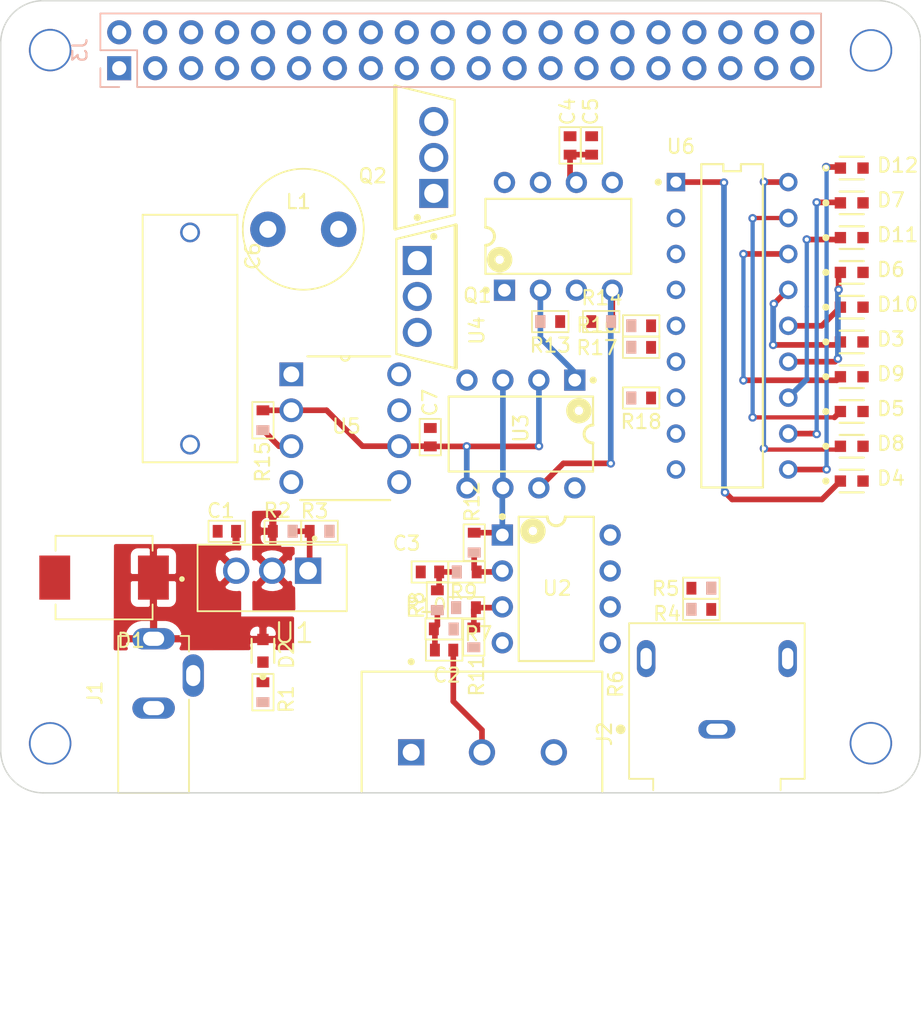
<source format=kicad_pcb>
(kicad_pcb (version 20171130) (host pcbnew "(5.1.12)-1")

  (general
    (thickness 1.6)
    (drawings 52)
    (tracks 136)
    (zones 0)
    (modules 53)
    (nets 51)
  )

  (page A4)
  (layers
    (0 F.Cu signal)
    (31 B.Cu signal)
    (32 B.Adhes user)
    (33 F.Adhes user)
    (34 B.Paste user)
    (35 F.Paste user)
    (36 B.SilkS user)
    (37 F.SilkS user)
    (38 B.Mask user)
    (39 F.Mask user)
    (40 Dwgs.User user)
    (41 Cmts.User user)
    (42 Eco1.User user)
    (43 Eco2.User user)
    (44 Edge.Cuts user)
    (45 Margin user)
    (46 B.CrtYd user hide)
    (47 F.CrtYd user hide)
    (48 B.Fab user hide)
    (49 F.Fab user hide)
  )

  (setup
    (last_trace_width 0.4)
    (user_trace_width 0.1)
    (user_trace_width 0.2)
    (user_trace_width 0.25)
    (user_trace_width 0.4)
    (user_trace_width 0.5)
    (user_trace_width 0.6)
    (user_trace_width 1)
    (user_trace_width 2)
    (trace_clearance 0.2)
    (zone_clearance 0.2)
    (zone_45_only no)
    (trace_min 0.1)
    (via_size 0.6)
    (via_drill 0.3)
    (via_min_size 0.5)
    (via_min_drill 0.2)
    (uvia_size 0.3)
    (uvia_drill 0.1)
    (uvias_allowed no)
    (uvia_min_size 0.2)
    (uvia_min_drill 0.1)
    (edge_width 0.1)
    (segment_width 0.15)
    (pcb_text_width 0.3)
    (pcb_text_size 1.5 1.5)
    (mod_edge_width 0.15)
    (mod_text_size 0.6 0.6)
    (mod_text_width 0.09)
    (pad_size 1.5 3)
    (pad_drill 1)
    (pad_to_mask_clearance 0.1)
    (aux_axis_origin 0 0)
    (visible_elements 7FFFFE3F)
    (pcbplotparams
      (layerselection 0x010f8_80000007)
      (usegerberextensions false)
      (usegerberattributes false)
      (usegerberadvancedattributes false)
      (creategerberjobfile false)
      (excludeedgelayer false)
      (linewidth 0.100000)
      (plotframeref false)
      (viasonmask false)
      (mode 1)
      (useauxorigin false)
      (hpglpennumber 1)
      (hpglpenspeed 20)
      (hpglpendiameter 15.000000)
      (psnegative false)
      (psa4output false)
      (plotreference true)
      (plotvalue false)
      (plotinvisibletext false)
      (padsonsilk true)
      (subtractmaskfromsilk false)
      (outputformat 1)
      (mirror false)
      (drillshape 0)
      (scaleselection 1)
      (outputdirectory "prod"))
  )

  (net 0 "")
  (net 1 GND)
  (net 2 /ID_SD_EEPROM)
  (net 3 /ID_SC_EEPROM)
  (net 4 "Net-(Q1-Pad1)")
  (net 5 "Net-(Q2-Pad1)")
  (net 6 /P3V3_HAT)
  (net 7 /P5V_HAT)
  (net 8 /9V)
  (net 9 "Net-(C2-Pad2)")
  (net 10 "Net-(C2-Pad1)")
  (net 11 "Net-(C3-Pad1)")
  (net 12 "Net-(C4-Pad1)")
  (net 13 /Amplifier/Amplifier_output)
  (net 14 /Triangle_wave)
  (net 15 "Net-(D2-Pad1)")
  (net 16 "Net-(D3-Pad1)")
  (net 17 "Net-(D4-Pad1)")
  (net 18 "Net-(D5-Pad1)")
  (net 19 "Net-(D6-Pad1)")
  (net 20 "Net-(D7-Pad1)")
  (net 21 "Net-(D8-Pad1)")
  (net 22 "Net-(D9-Pad1)")
  (net 23 "Net-(D10-Pad1)")
  (net 24 "Net-(D11-Pad1)")
  (net 25 "Net-(D12-Pad1)")
  (net 26 "Net-(J1-Pad2)")
  (net 27 /Amplifier/R_channel)
  (net 28 /Amplifier/L_channel)
  (net 29 "Net-(L1-Pad1)")
  (net 30 /Amplifier/9V)
  (net 31 "Net-(R2-Pad2)")
  (net 32 /5V)
  (net 33 "Net-(R4-Pad2)")
  (net 34 "Net-(R6-Pad3)")
  (net 35 "Net-(R12-Pad2)")
  (net 36 "Net-(R10-Pad2)")
  (net 37 "Net-(R10-Pad1)")
  (net 38 "Net-(R12-Pad1)")
  (net 39 "Net-(R13-Pad2)")
  (net 40 "Net-(R13-Pad1)")
  (net 41 "Net-(R14-Pad2)")
  (net 42 "Net-(R14-Pad1)")
  (net 43 "Net-(R15-Pad2)")
  (net 44 /High_power)
  (net 45 "Net-(R16-Pad1)")
  (net 46 "Net-(R18-Pad1)")
  (net 47 "Net-(U4-Pad1)")
  (net 48 "Net-(U4-Pad8)")
  (net 49 "Net-(U5-Pad7)")
  (net 50 "Net-(U5-Pad5)")

  (net_class Default "This is the default net class."
    (clearance 0.2)
    (trace_width 0.15)
    (via_dia 0.6)
    (via_drill 0.3)
    (uvia_dia 0.3)
    (uvia_drill 0.1)
    (add_net /5V)
    (add_net /9V)
    (add_net /Amplifier/9V)
    (add_net /Amplifier/Amplifier_output)
    (add_net /Amplifier/L_channel)
    (add_net /Amplifier/R_channel)
    (add_net /High_power)
    (add_net /ID_SC_EEPROM)
    (add_net /ID_SD_EEPROM)
    (add_net /P3V3_HAT)
    (add_net /P5V_HAT)
    (add_net /Triangle_wave)
    (add_net GND)
    (add_net "Net-(C2-Pad1)")
    (add_net "Net-(C2-Pad2)")
    (add_net "Net-(C3-Pad1)")
    (add_net "Net-(C4-Pad1)")
    (add_net "Net-(D10-Pad1)")
    (add_net "Net-(D11-Pad1)")
    (add_net "Net-(D12-Pad1)")
    (add_net "Net-(D2-Pad1)")
    (add_net "Net-(D3-Pad1)")
    (add_net "Net-(D4-Pad1)")
    (add_net "Net-(D5-Pad1)")
    (add_net "Net-(D6-Pad1)")
    (add_net "Net-(D7-Pad1)")
    (add_net "Net-(D8-Pad1)")
    (add_net "Net-(D9-Pad1)")
    (add_net "Net-(J1-Pad2)")
    (add_net "Net-(L1-Pad1)")
    (add_net "Net-(Q1-Pad1)")
    (add_net "Net-(Q2-Pad1)")
    (add_net "Net-(R10-Pad1)")
    (add_net "Net-(R10-Pad2)")
    (add_net "Net-(R12-Pad1)")
    (add_net "Net-(R12-Pad2)")
    (add_net "Net-(R13-Pad1)")
    (add_net "Net-(R13-Pad2)")
    (add_net "Net-(R14-Pad1)")
    (add_net "Net-(R14-Pad2)")
    (add_net "Net-(R15-Pad2)")
    (add_net "Net-(R16-Pad1)")
    (add_net "Net-(R18-Pad1)")
    (add_net "Net-(R2-Pad2)")
    (add_net "Net-(R4-Pad2)")
    (add_net "Net-(R6-Pad3)")
    (add_net "Net-(U4-Pad1)")
    (add_net "Net-(U4-Pad8)")
    (add_net "Net-(U5-Pad5)")
    (add_net "Net-(U5-Pad7)")
  )

  (module MAIN_PCB_LIB:U_8_DIP_TC4427CPA_Microchip (layer F.Cu) (tedit 61AD4BAC) (tstamp 61AD3BCC)
    (at 117.95 77.475 90)
    (path /6152C63E/6168BC4F)
    (fp_text reference U4 (at -5.56 -5.75 270) (layer F.SilkS)
      (effects (font (size 1 1) (thickness 0.15)) (justify right))
    )
    (fp_text value U_TC4427M_Microchip (at 0 0 270) (layer F.CrtYd)
      (effects (font (size 1.27 1.27) (thickness 0.15)))
    )
    (fp_line (start 4.485 5.075) (end 4.485 -5.175) (layer F.CrtYd) (width 0.15))
    (fp_line (start -4.485 5.075) (end 4.485 5.075) (layer F.CrtYd) (width 0.15))
    (fp_line (start -4.485 -5.175) (end -4.485 5.075) (layer F.CrtYd) (width 0.15))
    (fp_line (start 4.485 -5.175) (end -4.485 -5.175) (layer F.CrtYd) (width 0.15))
    (fp_line (start 4.485 -5.175) (end 4.485 -5.175) (layer F.CrtYd) (width 0.15))
    (fp_line (start -3.6 5.15) (end -3.6 -5.15) (layer F.Fab) (width 0.1))
    (fp_line (start 3.6 5.15) (end 3.6 -5.15) (layer F.Fab) (width 0.1))
    (fp_line (start -3.6 -5.15) (end 3.6 -5.15) (layer F.Fab) (width 0.1))
    (fp_line (start -3.6 5.15) (end 3.6 5.15) (layer F.Fab) (width 0.1))
    (fp_line (start -2.65 5.15) (end -2.65 -5.15) (layer F.SilkS) (width 0.15))
    (fp_line (start 2.65 5.15) (end 2.65 -5.15) (layer F.SilkS) (width 0.15))
    (fp_line (start -2.65 -5.15) (end -0.635 -5.15) (layer F.SilkS) (width 0.15))
    (fp_line (start 0.635 -5.15) (end 2.65 -5.15) (layer F.SilkS) (width 0.15))
    (fp_line (start -2.65 5.15) (end 2.65 5.15) (layer F.SilkS) (width 0.15))
    (fp_circle (center -2.7 -4.249999) (end -2.200001 -4.249999) (layer F.Fab) (width 0.1))
    (fp_line (start 0.627182 -5.050664) (end 0.635 -5.15) (layer F.SilkS) (width 0.2))
    (fp_line (start 0.603921 -4.953774) (end 0.627182 -5.050664) (layer F.SilkS) (width 0.2))
    (fp_line (start 0.565789 -4.861716) (end 0.603921 -4.953774) (layer F.SilkS) (width 0.2))
    (fp_line (start 0.513726 -4.776756) (end 0.565789 -4.861716) (layer F.SilkS) (width 0.2))
    (fp_line (start 0.449013 -4.700987) (end 0.513726 -4.776756) (layer F.SilkS) (width 0.2))
    (fp_line (start 0.373244 -4.636274) (end 0.449013 -4.700987) (layer F.SilkS) (width 0.2))
    (fp_line (start 0.288284 -4.584211) (end 0.373244 -4.636274) (layer F.SilkS) (width 0.2))
    (fp_line (start 0.196226 -4.546079) (end 0.288284 -4.584211) (layer F.SilkS) (width 0.2))
    (fp_line (start 0.099336 -4.522818) (end 0.196226 -4.546079) (layer F.SilkS) (width 0.2))
    (fp_line (start 0 -4.515) (end 0.099336 -4.522818) (layer F.SilkS) (width 0.2))
    (fp_line (start -0.099336 -4.522818) (end 0 -4.515) (layer F.SilkS) (width 0.2))
    (fp_line (start -0.196226 -4.546079) (end -0.099336 -4.522818) (layer F.SilkS) (width 0.2))
    (fp_line (start -0.288284 -4.584211) (end -0.196226 -4.546079) (layer F.SilkS) (width 0.2))
    (fp_line (start -0.373244 -4.636274) (end -0.288284 -4.584211) (layer F.SilkS) (width 0.2))
    (fp_line (start -0.449013 -4.700987) (end -0.373244 -4.636274) (layer F.SilkS) (width 0.2))
    (fp_line (start -0.513726 -4.776756) (end -0.449013 -4.700987) (layer F.SilkS) (width 0.2))
    (fp_line (start -0.565789 -4.861716) (end -0.513726 -4.776756) (layer F.SilkS) (width 0.2))
    (fp_line (start -0.603921 -4.953774) (end -0.565789 -4.861716) (layer F.SilkS) (width 0.2))
    (fp_line (start -0.627182 -5.050664) (end -0.603921 -4.953774) (layer F.SilkS) (width 0.2))
    (fp_line (start -0.635 -5.15) (end -0.627182 -5.050664) (layer F.SilkS) (width 0.2))
    (fp_circle (center -3.81 -5.11) (end -3.684999 -5.11) (layer F.SilkS) (width 0.249999))
    (fp_circle (center -1.649999 -4.149999) (end -1.35 -4.149999) (layer F.SilkS) (width 0.599999))
    (pad 1 thru_hole rect (at -3.81 -3.81 90) (size 1.5 1.5) (drill 0.900001) (layers *.Cu *.Mask)
      (net 47 "Net-(U4-Pad1)"))
    (pad 2 thru_hole circle (at -3.81 -1.27 90) (size 1.5 1.5) (drill 0.900001) (layers *.Cu *.Mask)
      (net 39 "Net-(R13-Pad2)"))
    (pad 3 thru_hole circle (at -3.81 1.27 90) (size 1.5 1.5) (drill 0.900001) (layers *.Cu *.Mask)
      (net 1 GND))
    (pad 4 thru_hole circle (at -3.81 3.81 90) (size 1.5 1.5) (drill 0.900001) (layers *.Cu *.Mask)
      (net 41 "Net-(R14-Pad2)"))
    (pad 8 thru_hole circle (at 3.81 -3.81 90) (size 1.5 1.5) (drill 0.900001) (layers *.Cu *.Mask)
      (net 48 "Net-(U4-Pad8)"))
    (pad 7 thru_hole circle (at 3.81 -1.27 90) (size 1.5 1.5) (drill 0.900001) (layers *.Cu *.Mask)
      (net 4 "Net-(Q1-Pad1)"))
    (pad 6 thru_hole circle (at 3.81 1.27 90) (size 1.5 1.5) (drill 0.900001) (layers *.Cu *.Mask)
      (net 12 "Net-(C4-Pad1)"))
    (pad 5 thru_hole circle (at 3.81 3.81 90) (size 1.5 1.5) (drill 0.900001) (layers *.Cu *.Mask)
      (net 5 "Net-(Q2-Pad1)"))
    (model "D:/Users/Thijs/Documents/Kicad/Kicad_lib/3D drawings/Microchip_-_TC4427CPA.step"
      (at (xyz 0 0 0))
      (scale (xyz 1 1 1))
      (rotate (xyz 0 0 0))
    )
  )

  (module MAIN_PCB_LIB:U_TI_LM393N_NOPB (layer F.Cu) (tedit 61AD48EE) (tstamp 61AD3B9B)
    (at 115.3 91.45 270)
    (path /6152C63E/617B6035)
    (fp_text reference U3 (at -1.524 0 90) (layer F.SilkS)
      (effects (font (size 1.016 1.016) (thickness 0.15)) (justify right))
    )
    (fp_text value U_LM393N_NOPB (at 0 0 90) (layer F.CrtYd)
      (effects (font (size 1.27 1.27) (thickness 0.15)))
    )
    (fp_circle (center -1.649999 -4.099999) (end -1.35 -4.099999) (layer F.SilkS) (width 0.599999))
    (fp_circle (center -3.81 -5.11) (end -3.684999 -5.11) (layer F.SilkS) (width 0.249999))
    (fp_line (start -0.635 -5.1) (end -0.627182 -5.000664) (layer F.SilkS) (width 0.2))
    (fp_line (start -0.627182 -5.000664) (end -0.603921 -4.903774) (layer F.SilkS) (width 0.2))
    (fp_line (start -0.603921 -4.903774) (end -0.565789 -4.811716) (layer F.SilkS) (width 0.2))
    (fp_line (start -0.565789 -4.811716) (end -0.513726 -4.726756) (layer F.SilkS) (width 0.2))
    (fp_line (start -0.513726 -4.726756) (end -0.449013 -4.650987) (layer F.SilkS) (width 0.2))
    (fp_line (start -0.449013 -4.650987) (end -0.373244 -4.586274) (layer F.SilkS) (width 0.2))
    (fp_line (start -0.373244 -4.586274) (end -0.288284 -4.534211) (layer F.SilkS) (width 0.2))
    (fp_line (start -0.288284 -4.534211) (end -0.196226 -4.496079) (layer F.SilkS) (width 0.2))
    (fp_line (start -0.196226 -4.496079) (end -0.099336 -4.472818) (layer F.SilkS) (width 0.2))
    (fp_line (start -0.099336 -4.472818) (end 0 -4.465) (layer F.SilkS) (width 0.2))
    (fp_line (start 0 -4.465) (end 0.099336 -4.472818) (layer F.SilkS) (width 0.2))
    (fp_line (start 0.099336 -4.472818) (end 0.196226 -4.496079) (layer F.SilkS) (width 0.2))
    (fp_line (start 0.196226 -4.496079) (end 0.288284 -4.534211) (layer F.SilkS) (width 0.2))
    (fp_line (start 0.288284 -4.534211) (end 0.373244 -4.586274) (layer F.SilkS) (width 0.2))
    (fp_line (start 0.373244 -4.586274) (end 0.449013 -4.650987) (layer F.SilkS) (width 0.2))
    (fp_line (start 0.449013 -4.650987) (end 0.513726 -4.726756) (layer F.SilkS) (width 0.2))
    (fp_line (start 0.513726 -4.726756) (end 0.565789 -4.811716) (layer F.SilkS) (width 0.2))
    (fp_line (start 0.565789 -4.811716) (end 0.603921 -4.903774) (layer F.SilkS) (width 0.2))
    (fp_line (start 0.603921 -4.903774) (end 0.627182 -5.000664) (layer F.SilkS) (width 0.2))
    (fp_line (start 0.627182 -5.000664) (end 0.635 -5.1) (layer F.SilkS) (width 0.2))
    (fp_circle (center -2.4 -4.175001) (end -1.900001 -4.175001) (layer F.Fab) (width 0.1))
    (fp_line (start -2.65 5.1) (end 2.65 5.1) (layer F.SilkS) (width 0.15))
    (fp_line (start 0.635 -5.1) (end 2.65 -5.1) (layer F.SilkS) (width 0.15))
    (fp_line (start -2.65 -5.1) (end -0.635 -5.1) (layer F.SilkS) (width 0.15))
    (fp_line (start 2.65 5.1) (end 2.65 -5.1) (layer F.SilkS) (width 0.15))
    (fp_line (start -2.65 5.1) (end -2.65 -5.1) (layer F.SilkS) (width 0.15))
    (fp_line (start -3.300001 5.074999) (end 3.300001 5.074999) (layer F.Fab) (width 0.1))
    (fp_line (start -3.300001 -5.074999) (end 3.300001 -5.074999) (layer F.Fab) (width 0.1))
    (fp_line (start 3.300001 5.074999) (end 3.300001 -5.074999) (layer F.Fab) (width 0.1))
    (fp_line (start -3.300001 5.074999) (end -3.300001 -5.074999) (layer F.Fab) (width 0.1))
    (fp_line (start 4.775 -5.274999) (end 4.775 -5.274999) (layer F.CrtYd) (width 0.15))
    (fp_line (start 4.775 -5.274999) (end -4.775 -5.274999) (layer F.CrtYd) (width 0.15))
    (fp_line (start -4.775 -5.274999) (end -4.775 5.274999) (layer F.CrtYd) (width 0.15))
    (fp_line (start -4.775 5.274999) (end 4.775 5.274999) (layer F.CrtYd) (width 0.15))
    (fp_line (start 4.775 5.274999) (end 4.775 -5.274999) (layer F.CrtYd) (width 0.15))
    (pad 1 thru_hole rect (at -3.81 -3.81 270) (size 1.5 1.5) (drill 0.900001) (layers *.Cu *.Mask)
      (net 39 "Net-(R13-Pad2)"))
    (pad 2 thru_hole circle (at -3.81 -1.27 270) (size 1.5 1.5) (drill 0.900001) (layers *.Cu *.Mask)
      (net 14 /Triangle_wave))
    (pad 3 thru_hole circle (at -3.81 1.27 270) (size 1.5 1.5) (drill 0.900001) (layers *.Cu *.Mask)
      (net 38 "Net-(R12-Pad1)"))
    (pad 4 thru_hole circle (at -3.81 3.81 270) (size 1.5 1.5) (drill 0.900001) (layers *.Cu *.Mask)
      (net 1 GND))
    (pad 8 thru_hole circle (at 3.81 -3.81 270) (size 1.5 1.5) (drill 0.900001) (layers *.Cu *.Mask)
      (net 32 /5V))
    (pad 7 thru_hole circle (at 3.81 -1.27 270) (size 1.5 1.5) (drill 0.900001) (layers *.Cu *.Mask)
      (net 41 "Net-(R14-Pad2)"))
    (pad 6 thru_hole circle (at 3.81 1.27 270) (size 1.5 1.5) (drill 0.900001) (layers *.Cu *.Mask)
      (net 38 "Net-(R12-Pad1)"))
    (pad 5 thru_hole circle (at 3.81 3.81 270) (size 1.5 1.5) (drill 0.900001) (layers *.Cu *.Mask)
      (net 14 /Triangle_wave))
    (model eec.models/TI_National_Semiconductor_-_LM393N/NOPB.step
      (offset (xyz 0 0 12.95397440545082))
      (scale (xyz 1 1 1))
      (rotate (xyz 0 0 0))
    )
    (model eec.models/TI_National_Semiconductor_-_LM393N/NOPB.step
      (offset (xyz 96.77399854660034 0 -40.63997398964882))
      (scale (xyz 1 1 1))
      (rotate (xyz 0 0 0))
    )
    (model eec.models/TI_National_Semiconductor_-_LM393N/NOPB.step
      (offset (xyz 96.77399854660034 0 67.56399898529052))
      (scale (xyz 1 1 1))
      (rotate (xyz 0 0 0))
    )
    (model eec.models/TI_National_Semiconductor_-_LM393N/NOPB.step
      (offset (xyz 96.77399854660034 0 0))
      (scale (xyz 1 1 1))
      (rotate (xyz 0 0 0))
    )
    (model eec.models/TI_National_Semiconductor_-_LM393N/NOPB.step
      (offset (xyz 32.25799951553345 0 -40.63997398964882))
      (scale (xyz 1 1 1))
      (rotate (xyz 0 0 0))
    )
    (model eec.models/TI_National_Semiconductor_-_LM393N/NOPB.step
      (offset (xyz 32.25799951553345 0 67.56399898529052))
      (scale (xyz 1 1 1))
      (rotate (xyz 0 0 0))
    )
    (model eec.models/TI_National_Semiconductor_-_LM393N/NOPB.step
      (offset (xyz 32.25799951553345 0 0))
      (scale (xyz 1 1 1))
      (rotate (xyz 0 0 0))
    )
    (model eec.models/TI_National_Semiconductor_-_LM393N/NOPB.step
      (offset (xyz -20.70099968910217 0 -40.63997398964882))
      (scale (xyz 1 1 1))
      (rotate (xyz 0 0 0))
    )
    (model eec.models/TI_National_Semiconductor_-_LM393N/NOPB.step
      (offset (xyz -22.47899966239929 0 67.56399898529052))
      (scale (xyz 1 1 1))
      (rotate (xyz 0 0 0))
    )
    (model eec.models/TI_National_Semiconductor_-_LM393N/NOPB.step
      (offset (xyz -22.47899966239929 0 0))
      (scale (xyz 1 1 1))
      (rotate (xyz 0 0 0))
    )
    (model eec.models/TI_National_Semiconductor_-_LM393N/NOPB.step
      (offset (xyz -52.95899920463562 0 -40.63997398964882))
      (scale (xyz 1 1 1))
      (rotate (xyz 0 0 0))
    )
    (model eec.models/TI_National_Semiconductor_-_LM393N/NOPB.step
      (offset (xyz -54.73699917793274 0 67.56399898529052))
      (scale (xyz 1 1 1))
      (rotate (xyz 0 0 0))
    )
    (model eec.models/TI_National_Semiconductor_-_LM393N/NOPB.step
      (offset (xyz -54.73699917793274 0 0))
      (scale (xyz 1 1 1))
      (rotate (xyz 0 0 0))
    )
    (model eec.models/TI_National_Semiconductor_-_LM393N/NOPB.step
      (offset (xyz -52.95899920463562 0 -40.63997398964882))
      (scale (xyz 1 1 1))
      (rotate (xyz 0 0 0))
    )
    (model eec.models/TI_National_Semiconductor_-_LM393N/NOPB.step
      (offset (xyz -54.73699917793274 0 67.56399898529052))
      (scale (xyz 1 1 1))
      (rotate (xyz 0 0 0))
    )
    (model eec.models/TI_National_Semiconductor_-_LM393N/NOPB.step
      (offset (xyz -54.73699917793274 0 0))
      (scale (xyz 1 1 1))
      (rotate (xyz 0 0 0))
    )
    (model eec.models/TI_National_Semiconductor_-_LM393N/NOPB.step
      (offset (xyz -20.70099968910217 0 -40.63997398964882))
      (scale (xyz 1 1 1))
      (rotate (xyz 0 0 0))
    )
    (model eec.models/TI_National_Semiconductor_-_LM393N/NOPB.step
      (offset (xyz -22.47899966239929 0 67.56399898529052))
      (scale (xyz 1 1 1))
      (rotate (xyz 0 0 0))
    )
    (model eec.models/TI_National_Semiconductor_-_LM393N/NOPB.step
      (offset (xyz -22.47899966239929 0 0))
      (scale (xyz 1 1 1))
      (rotate (xyz 0 0 0))
    )
    (model eec.models/TI_National_Semiconductor_-_LM393N/NOPB.step
      (offset (xyz 32.25799951553345 0 -40.63997398964882))
      (scale (xyz 1 1 1))
      (rotate (xyz 0 0 0))
    )
    (model eec.models/TI_National_Semiconductor_-_LM393N/NOPB.step
      (offset (xyz 32.25799951553345 0 67.56399898529052))
      (scale (xyz 1 1 1))
      (rotate (xyz 0 0 0))
    )
    (model eec.models/TI_National_Semiconductor_-_LM393N/NOPB.step
      (offset (xyz 32.25799951553345 0 0))
      (scale (xyz 1 1 1))
      (rotate (xyz 0 0 0))
    )
    (model eec.models/TI_National_Semiconductor_-_LM393N/NOPB.step
      (offset (xyz 96.77399854660034 0 -40.63997398964882))
      (scale (xyz 1 1 1))
      (rotate (xyz 0 0 0))
    )
    (model eec.models/TI_National_Semiconductor_-_LM393N/NOPB.step
      (offset (xyz 96.77399854660034 0 67.56399898529052))
      (scale (xyz 1 1 1))
      (rotate (xyz 0 0 0))
    )
    (model eec.models/TI_National_Semiconductor_-_LM393N/NOPB.step
      (offset (xyz 96.77399854660034 0 0))
      (scale (xyz 1 1 1))
      (rotate (xyz 0 0 0))
    )
  )

  (module MAIN_PCB_LIB:U_LM358AP_TI_DIP (layer F.Cu) (tedit 61AD47B4) (tstamp 61AD3B6A)
    (at 117.8 102.4)
    (path /6152C63E/61AEADB8)
    (fp_text reference U2 (at -1.05 -0.05) (layer F.SilkS)
      (effects (font (size 1.016 1.016) (thickness 0.15)) (justify left))
    )
    (fp_text value U_LM358AP_TI_DIP (at 0 0) (layer F.CrtYd)
      (effects (font (size 1.27 1.27) (thickness 0.15)))
    )
    (fp_line (start 4.775 5.274999) (end 4.775 -5.274999) (layer F.CrtYd) (width 0.15))
    (fp_line (start -4.775 5.274999) (end 4.775 5.274999) (layer F.CrtYd) (width 0.15))
    (fp_line (start -4.775 -5.274999) (end -4.775 5.274999) (layer F.CrtYd) (width 0.15))
    (fp_line (start 4.775 -5.274999) (end -4.775 -5.274999) (layer F.CrtYd) (width 0.15))
    (fp_line (start 4.775 -5.274999) (end 4.775 -5.274999) (layer F.CrtYd) (width 0.15))
    (fp_line (start -3.300001 5.074999) (end -3.300001 -5.074999) (layer F.Fab) (width 0.1))
    (fp_line (start 3.300001 5.074999) (end 3.300001 -5.074999) (layer F.Fab) (width 0.1))
    (fp_line (start -3.300001 -5.074999) (end 3.300001 -5.074999) (layer F.Fab) (width 0.1))
    (fp_line (start -3.300001 5.074999) (end 3.300001 5.074999) (layer F.Fab) (width 0.1))
    (fp_line (start -2.65 5.1) (end -2.65 -5.1) (layer F.SilkS) (width 0.15))
    (fp_line (start 2.65 5.1) (end 2.65 -5.1) (layer F.SilkS) (width 0.15))
    (fp_line (start -2.65 -5.1) (end -0.635 -5.1) (layer F.SilkS) (width 0.15))
    (fp_line (start 0.635 -5.1) (end 2.65 -5.1) (layer F.SilkS) (width 0.15))
    (fp_line (start -2.65 5.1) (end 2.65 5.1) (layer F.SilkS) (width 0.15))
    (fp_circle (center -2.4 -4.175001) (end -1.900001 -4.175001) (layer F.Fab) (width 0.1))
    (fp_line (start 0.627182 -5.000664) (end 0.635 -5.1) (layer F.SilkS) (width 0.2))
    (fp_line (start 0.603921 -4.903774) (end 0.627182 -5.000664) (layer F.SilkS) (width 0.2))
    (fp_line (start 0.565789 -4.811716) (end 0.603921 -4.903774) (layer F.SilkS) (width 0.2))
    (fp_line (start 0.513726 -4.726756) (end 0.565789 -4.811716) (layer F.SilkS) (width 0.2))
    (fp_line (start 0.449013 -4.650987) (end 0.513726 -4.726756) (layer F.SilkS) (width 0.2))
    (fp_line (start 0.373244 -4.586274) (end 0.449013 -4.650987) (layer F.SilkS) (width 0.2))
    (fp_line (start 0.288284 -4.534211) (end 0.373244 -4.586274) (layer F.SilkS) (width 0.2))
    (fp_line (start 0.196226 -4.496079) (end 0.288284 -4.534211) (layer F.SilkS) (width 0.2))
    (fp_line (start 0.099336 -4.472818) (end 0.196226 -4.496079) (layer F.SilkS) (width 0.2))
    (fp_line (start 0 -4.465) (end 0.099336 -4.472818) (layer F.SilkS) (width 0.2))
    (fp_line (start -0.099336 -4.472818) (end 0 -4.465) (layer F.SilkS) (width 0.2))
    (fp_line (start -0.196226 -4.496079) (end -0.099336 -4.472818) (layer F.SilkS) (width 0.2))
    (fp_line (start -0.288284 -4.534211) (end -0.196226 -4.496079) (layer F.SilkS) (width 0.2))
    (fp_line (start -0.373244 -4.586274) (end -0.288284 -4.534211) (layer F.SilkS) (width 0.2))
    (fp_line (start -0.449013 -4.650987) (end -0.373244 -4.586274) (layer F.SilkS) (width 0.2))
    (fp_line (start -0.513726 -4.726756) (end -0.449013 -4.650987) (layer F.SilkS) (width 0.2))
    (fp_line (start -0.565789 -4.811716) (end -0.513726 -4.726756) (layer F.SilkS) (width 0.2))
    (fp_line (start -0.603921 -4.903774) (end -0.565789 -4.811716) (layer F.SilkS) (width 0.2))
    (fp_line (start -0.627182 -5.000664) (end -0.603921 -4.903774) (layer F.SilkS) (width 0.2))
    (fp_line (start -0.635 -5.1) (end -0.627182 -5.000664) (layer F.SilkS) (width 0.2))
    (fp_circle (center -3.81 -5.11) (end -3.684999 -5.11) (layer F.SilkS) (width 0.249999))
    (fp_circle (center -1.649999 -4.099999) (end -1.35 -4.099999) (layer F.SilkS) (width 0.599999))
    (pad 1 thru_hole rect (at -3.81 -3.81) (size 1.5 1.5) (drill 0.900001) (layers *.Cu *.Mask)
      (net 38 "Net-(R12-Pad1)"))
    (pad 2 thru_hole circle (at -3.81 -1.27) (size 1.5 1.5) (drill 0.900001) (layers *.Cu *.Mask)
      (net 35 "Net-(R12-Pad2)"))
    (pad 3 thru_hole circle (at -3.81 1.27) (size 1.5 1.5) (drill 0.900001) (layers *.Cu *.Mask)
      (net 37 "Net-(R10-Pad1)"))
    (pad 4 thru_hole circle (at -3.81 3.81) (size 1.5 1.5) (drill 0.900001) (layers *.Cu *.Mask)
      (net 1 GND))
    (pad 8 thru_hole circle (at 3.81 -3.81) (size 1.5 1.5) (drill 0.900001) (layers *.Cu *.Mask)
      (net 30 /Amplifier/9V))
    (pad 7 thru_hole circle (at 3.81 -1.27) (size 1.5 1.5) (drill 0.900001) (layers *.Cu *.Mask))
    (pad 6 thru_hole circle (at 3.81 1.27) (size 1.5 1.5) (drill 0.900001) (layers *.Cu *.Mask))
    (pad 5 thru_hole circle (at 3.81 3.81) (size 1.5 1.5) (drill 0.900001) (layers *.Cu *.Mask))
    (model eec.models/Texas_Instruments_-_LM358AP.step
      (offset (xyz 0 0 12.95397440545082))
      (scale (xyz 1 1 1))
      (rotate (xyz 0 0 0))
    )
    (model eec.models/Texas_Instruments_-_LM358AP.step
      (offset (xyz 96.77399854660034 0 -40.63997398964882))
      (scale (xyz 1 1 1))
      (rotate (xyz 0 0 0))
    )
    (model eec.models/Texas_Instruments_-_LM358AP.step
      (offset (xyz 96.77399854660034 0 67.56399898529052))
      (scale (xyz 1 1 1))
      (rotate (xyz 0 0 0))
    )
    (model eec.models/Texas_Instruments_-_LM358AP.step
      (offset (xyz 96.77399854660034 0 0))
      (scale (xyz 1 1 1))
      (rotate (xyz 0 0 0))
    )
    (model eec.models/Texas_Instruments_-_LM358AP.step
      (offset (xyz 32.25799951553345 0 -40.63997398964882))
      (scale (xyz 1 1 1))
      (rotate (xyz 0 0 0))
    )
    (model eec.models/Texas_Instruments_-_LM358AP.step
      (offset (xyz 32.25799951553345 0 67.56399898529052))
      (scale (xyz 1 1 1))
      (rotate (xyz 0 0 0))
    )
    (model eec.models/Texas_Instruments_-_LM358AP.step
      (offset (xyz 32.25799951553345 0 0))
      (scale (xyz 1 1 1))
      (rotate (xyz 0 0 0))
    )
    (model eec.models/Texas_Instruments_-_LM358AP.step
      (offset (xyz -20.70099968910217 0 -40.63997398964882))
      (scale (xyz 1 1 1))
      (rotate (xyz 0 0 0))
    )
    (model eec.models/Texas_Instruments_-_LM358AP.step
      (offset (xyz -22.47899966239929 0 67.56399898529052))
      (scale (xyz 1 1 1))
      (rotate (xyz 0 0 0))
    )
    (model eec.models/Texas_Instruments_-_LM358AP.step
      (offset (xyz -22.47899966239929 0 0))
      (scale (xyz 1 1 1))
      (rotate (xyz 0 0 0))
    )
    (model eec.models/Texas_Instruments_-_LM358AP.step
      (offset (xyz -52.95899920463562 0 -40.63997398964882))
      (scale (xyz 1 1 1))
      (rotate (xyz 0 0 0))
    )
    (model eec.models/Texas_Instruments_-_LM358AP.step
      (offset (xyz -54.73699917793274 0 67.56399898529052))
      (scale (xyz 1 1 1))
      (rotate (xyz 0 0 0))
    )
  )

  (module MAIN_PCB_LIB:J_Barreljack_3.5mm_Wurth (layer F.Cu) (tedit 61AD3524) (tstamp 61AD3A0A)
    (at 89.35 116.825 90)
    (descr "<b>694102303002</b><p>WR-DC_DC Power Jack_Right Angled_THT Center Pin ?1.0_Plug ID ?1.05_Plug OD ?3.5")
    (path /6176EC14)
    (fp_text reference J1 (at 7.075 -4.139 90) (layer F.SilkS)
      (effects (font (size 1 1) (thickness 0.15)))
    )
    (fp_text value J_Barreljack_3.5mm_Wurth_TH (at 8 4.65 90) (layer F.CrtYd)
      (effects (font (size 1 1) (thickness 0.15)))
    )
    (fp_line (start 0 -2.5) (end 11.1 -2.5) (layer F.SilkS) (width 0.127))
    (fp_line (start 10 2.5) (end 11.1 2.5) (layer F.SilkS) (width 0.127))
    (fp_line (start 0 2.5) (end 0 -2.5) (layer F.SilkS) (width 0.127))
    (fp_line (start 11.1 2.5) (end 11.1 1.9) (layer F.SilkS) (width 0.127))
    (fp_line (start 0 2.5) (end 6.6 2.5) (layer F.SilkS) (width 0.127))
    (fp_line (start 11.1 -1.9) (end 11.1 -2.5) (layer F.SilkS) (width 0.127))
    (pad 1 thru_hole oval (at 10.9 0 90) (size 1.5 3) (drill oval 1 1.49325) (layers *.Cu *.Mask)
      (net 8 /9V))
    (pad 2 thru_hole oval (at 6 0 90) (size 1.5 3) (drill oval 1 1.49025) (layers *.Cu *.Mask)
      (net 26 "Net-(J1-Pad2)"))
    (pad 3 thru_hole oval (at 8.3 2.8 180) (size 1.5 3) (drill oval 1 1.49025) (layers *.Cu *.Mask)
      (net 1 GND))
    (model ${KISYS3DMOD}/694102303002.step
      (offset (xyz 1.7 0 4))
      (scale (xyz 1 1 1))
      (rotate (xyz 0 0 90))
    )
  )

  (module MAIN_PCB_LIB:U_LM3914_TI_DIP (layer F.Cu) (tedit 616F2003) (tstamp 61AD3C2C)
    (at 130.225 83.8)
    (path /616ED187/616F242F)
    (fp_text reference U6 (at -4.71875 -12.68) (layer F.SilkS)
      (effects (font (size 1 1) (thickness 0.15)) (justify left))
    )
    (fp_text value U_LM3914N-1_NOPB (at 0 0) (layer F.CrtYd)
      (effects (font (size 1.27 1.27) (thickness 0.15)))
    )
    (fp_line (start 4.64375 11.963) (end 4.64375 -11.963) (layer F.CrtYd) (width 0.15))
    (fp_line (start -4.64375 11.963) (end 4.64375 11.963) (layer F.CrtYd) (width 0.15))
    (fp_line (start -4.64375 -11.963) (end -4.64375 11.963) (layer F.CrtYd) (width 0.15))
    (fp_line (start 4.64375 -11.963) (end -4.64375 -11.963) (layer F.CrtYd) (width 0.15))
    (fp_line (start 4.64375 -11.963) (end 4.64375 -11.963) (layer F.CrtYd) (width 0.15))
    (fp_line (start -0.621428 -11.43) (end -2.175 -11.43) (layer F.SilkS) (width 0.15))
    (fp_line (start -0.621428 -10.93) (end -0.621428 -11.43) (layer F.SilkS) (width 0.15))
    (fp_line (start 0.621428 -10.93) (end -0.621428 -10.93) (layer F.SilkS) (width 0.15))
    (fp_line (start 0.621428 -11.43) (end 0.621428 -10.93) (layer F.SilkS) (width 0.15))
    (fp_line (start 2.175 -11.43) (end 0.621428 -11.43) (layer F.SilkS) (width 0.15))
    (fp_line (start 2.175 11.43) (end 2.175 -11.43) (layer F.SilkS) (width 0.15))
    (fp_line (start -2.175 11.43) (end 2.175 11.43) (layer F.SilkS) (width 0.15))
    (fp_line (start -2.175 -11.43) (end -2.175 11.43) (layer F.SilkS) (width 0.15))
    (fp_line (start 3.175 11.43) (end -3.175 11.43) (layer F.Fab) (width 0.15))
    (fp_line (start 3.175 -11.43) (end 3.175 11.43) (layer F.Fab) (width 0.15))
    (fp_line (start -3.175 -11.43) (end 3.175 -11.43) (layer F.Fab) (width 0.15))
    (fp_line (start -3.175 11.43) (end -3.175 -11.43) (layer F.Fab) (width 0.15))
    (fp_circle (center -5.21875 -10.16) (end -5.09375 -10.16) (layer F.SilkS) (width 0.25))
    (pad 18 thru_hole circle (at 3.96875 -10.16) (size 1.3 1.3) (drill 0.8) (layers *.Cu *.Mask)
      (net 21 "Net-(D8-Pad1)") (thermal_width 0.4))
    (pad 17 thru_hole circle (at 3.96875 -7.62) (size 1.3 1.3) (drill 0.8) (layers *.Cu *.Mask)
      (net 18 "Net-(D5-Pad1)") (thermal_width 0.4))
    (pad 16 thru_hole circle (at 3.96875 -5.08) (size 1.3 1.3) (drill 0.8) (layers *.Cu *.Mask)
      (net 22 "Net-(D9-Pad1)") (thermal_width 0.4))
    (pad 15 thru_hole circle (at 3.96875 -2.54) (size 1.3 1.3) (drill 0.8) (layers *.Cu *.Mask)
      (net 16 "Net-(D3-Pad1)") (thermal_width 0.4))
    (pad 14 thru_hole circle (at 3.96875 0) (size 1.3 1.3) (drill 0.8) (layers *.Cu *.Mask)
      (net 23 "Net-(D10-Pad1)") (thermal_width 0.4))
    (pad 13 thru_hole circle (at 3.96875 2.54) (size 1.3 1.3) (drill 0.8) (layers *.Cu *.Mask)
      (net 19 "Net-(D6-Pad1)") (thermal_width 0.4))
    (pad 12 thru_hole circle (at 3.96875 5.08) (size 1.3 1.3) (drill 0.8) (layers *.Cu *.Mask)
      (net 24 "Net-(D11-Pad1)") (thermal_width 0.4))
    (pad 11 thru_hole circle (at 3.96875 7.62) (size 1.3 1.3) (drill 0.8) (layers *.Cu *.Mask)
      (net 20 "Net-(D7-Pad1)") (thermal_width 0.4))
    (pad 10 thru_hole circle (at 3.96875 10.16) (size 1.3 1.3) (drill 0.8) (layers *.Cu *.Mask)
      (net 25 "Net-(D12-Pad1)") (thermal_width 0.4))
    (pad 9 thru_hole circle (at -3.96875 10.16) (size 1.3 1.3) (drill 0.8) (layers *.Cu *.Mask)
      (net 8 /9V) (thermal_width 0.4))
    (pad 8 thru_hole circle (at -3.96875 7.62) (size 1.3 1.3) (drill 0.8) (layers *.Cu *.Mask)
      (net 1 GND) (thermal_width 0.4))
    (pad 7 thru_hole circle (at -3.96875 5.08) (size 1.3 1.3) (drill 0.8) (layers *.Cu *.Mask)
      (net 46 "Net-(R18-Pad1)") (thermal_width 0.4))
    (pad 6 thru_hole circle (at -3.96875 2.54) (size 1.3 1.3) (drill 0.8) (layers *.Cu *.Mask)
      (net 46 "Net-(R18-Pad1)") (thermal_width 0.4))
    (pad 5 thru_hole circle (at -3.96875 0) (size 1.3 1.3) (drill 0.8) (layers *.Cu *.Mask)
      (net 45 "Net-(R16-Pad1)") (thermal_width 0.4))
    (pad 4 thru_hole circle (at -3.96875 -2.54) (size 1.3 1.3) (drill 0.8) (layers *.Cu *.Mask)
      (net 1 GND) (thermal_width 0.4))
    (pad 3 thru_hole circle (at -3.96875 -5.08) (size 1.3 1.3) (drill 0.8) (layers *.Cu *.Mask)
      (net 8 /9V) (thermal_width 0.4))
    (pad 2 thru_hole circle (at -3.96875 -7.62) (size 1.3 1.3) (drill 0.8) (layers *.Cu *.Mask)
      (net 1 GND) (thermal_width 0.4))
    (pad 1 thru_hole rect (at -3.96875 -10.16) (size 1.3 1.3) (drill 0.8) (layers *.Cu *.Mask)
      (net 17 "Net-(D4-Pad1)") (thermal_width 0.4))
  )

  (module MAIN_PCB_LIB:U_LM555CN (layer F.Cu) (tedit 5E67F634) (tstamp 61AD3C04)
    (at 106.7 94.85)
    (path /6158BEDE/6158C04F)
    (fp_text reference U5 (at -3.725 -3.95) (layer F.SilkS)
      (effects (font (size 1.016 1.016) (thickness 0.15)))
    )
    (fp_text value U_555_timer (at 9.40934 4.043455) (layer F.Fab)
      (effects (font (size 1.641976 1.641976) (thickness 0.015)))
    )
    (fp_arc (start -3.81 -8.89) (end -4.1148 -8.89) (angle -180) (layer F.Fab) (width 0.1))
    (fp_arc (start -3.81 -8.89) (end -4.1148 -8.89) (angle -180) (layer F.SilkS) (width 0.1524))
    (fp_line (start -6.985 1.27) (end -0.635 1.27) (layer F.SilkS) (width 0.1524))
    (fp_line (start -0.635 -8.89) (end -3.5052 -8.89) (layer F.SilkS) (width 0.1524))
    (fp_line (start -3.5052 -8.89) (end -4.1148 -8.89) (layer F.SilkS) (width 0.1524))
    (fp_line (start -4.1148 -8.89) (end -6.477 -8.89) (layer F.SilkS) (width 0.1524))
    (fp_line (start -6.985 -7.0612) (end -6.985 -8.1788) (layer F.Fab) (width 0.1))
    (fp_line (start -6.985 -8.1788) (end -8.1788 -8.1788) (layer F.Fab) (width 0.1))
    (fp_line (start -8.1788 -8.1788) (end -8.1788 -7.0612) (layer F.Fab) (width 0.1))
    (fp_line (start -8.1788 -7.0612) (end -6.985 -7.0612) (layer F.Fab) (width 0.1))
    (fp_line (start -6.985 -4.5212) (end -6.985 -5.6388) (layer F.Fab) (width 0.1))
    (fp_line (start -6.985 -5.6388) (end -8.1788 -5.6388) (layer F.Fab) (width 0.1))
    (fp_line (start -8.1788 -5.6388) (end -8.1788 -4.5212) (layer F.Fab) (width 0.1))
    (fp_line (start -8.1788 -4.5212) (end -6.985 -4.5212) (layer F.Fab) (width 0.1))
    (fp_line (start -6.985 -1.9812) (end -6.985 -3.0988) (layer F.Fab) (width 0.1))
    (fp_line (start -6.985 -3.0988) (end -8.1788 -3.0988) (layer F.Fab) (width 0.1))
    (fp_line (start -8.1788 -3.0988) (end -8.1788 -1.9812) (layer F.Fab) (width 0.1))
    (fp_line (start -8.1788 -1.9812) (end -6.985 -1.9812) (layer F.Fab) (width 0.1))
    (fp_line (start -6.985 0.5588) (end -6.985 -0.5588) (layer F.Fab) (width 0.1))
    (fp_line (start -6.985 -0.5588) (end -8.1788 -0.5588) (layer F.Fab) (width 0.1))
    (fp_line (start -8.1788 -0.5588) (end -8.1788 0.5588) (layer F.Fab) (width 0.1))
    (fp_line (start -8.1788 0.5588) (end -6.985 0.5588) (layer F.Fab) (width 0.1))
    (fp_line (start -0.635 -0.5588) (end -0.635 0.5588) (layer F.Fab) (width 0.1))
    (fp_line (start -0.635 0.5588) (end 0.5588 0.5588) (layer F.Fab) (width 0.1))
    (fp_line (start 0.5588 0.5588) (end 0.5588 -0.5588) (layer F.Fab) (width 0.1))
    (fp_line (start 0.5588 -0.5588) (end -0.635 -0.5588) (layer F.Fab) (width 0.1))
    (fp_line (start -0.635 -3.0988) (end -0.635 -1.9812) (layer F.Fab) (width 0.1))
    (fp_line (start -0.635 -1.9812) (end 0.5588 -1.9812) (layer F.Fab) (width 0.1))
    (fp_line (start 0.5588 -1.9812) (end 0.5588 -3.0988) (layer F.Fab) (width 0.1))
    (fp_line (start 0.5588 -3.0988) (end -0.635 -3.0988) (layer F.Fab) (width 0.1))
    (fp_line (start -0.635 -5.6388) (end -0.635 -4.5212) (layer F.Fab) (width 0.1))
    (fp_line (start -0.635 -4.5212) (end 0.5588 -4.5212) (layer F.Fab) (width 0.1))
    (fp_line (start 0.5588 -4.5212) (end 0.5588 -5.6388) (layer F.Fab) (width 0.1))
    (fp_line (start 0.5588 -5.6388) (end -0.635 -5.6388) (layer F.Fab) (width 0.1))
    (fp_line (start -0.635 -8.1788) (end -0.635 -7.0612) (layer F.Fab) (width 0.1))
    (fp_line (start -0.635 -7.0612) (end 0.5588 -7.0612) (layer F.Fab) (width 0.1))
    (fp_line (start 0.5588 -7.0612) (end 0.5588 -8.1788) (layer F.Fab) (width 0.1))
    (fp_line (start 0.5588 -8.1788) (end -0.635 -8.1788) (layer F.Fab) (width 0.1))
    (fp_line (start -6.985 1.27) (end -0.635 1.27) (layer F.Fab) (width 0.1))
    (fp_line (start -0.635 1.27) (end -0.635 -8.89) (layer F.Fab) (width 0.1))
    (fp_line (start -0.635 -8.89) (end -3.5052 -8.89) (layer F.Fab) (width 0.1))
    (fp_line (start -3.5052 -8.89) (end -4.1148 -8.89) (layer F.Fab) (width 0.1))
    (fp_line (start -4.1148 -8.89) (end -6.985 -8.89) (layer F.Fab) (width 0.1))
    (fp_line (start -6.985 -8.89) (end -6.985 1.27) (layer F.Fab) (width 0.1))
    (pad 8 thru_hole circle (at 0 -7.62) (size 1.6764 1.6764) (drill 1.1176) (layers *.Cu *.Mask)
      (net 32 /5V))
    (pad 7 thru_hole circle (at 0 -5.08) (size 1.6764 1.6764) (drill 1.1176) (layers *.Cu *.Mask)
      (net 49 "Net-(U5-Pad7)"))
    (pad 6 thru_hole circle (at 0 -2.54) (size 1.6764 1.6764) (drill 1.1176) (layers *.Cu *.Mask)
      (net 14 /Triangle_wave))
    (pad 5 thru_hole circle (at 0 0) (size 1.6764 1.6764) (drill 1.1176) (layers *.Cu *.Mask)
      (net 50 "Net-(U5-Pad5)"))
    (pad 4 thru_hole circle (at -7.62 0) (size 1.6764 1.6764) (drill 1.1176) (layers *.Cu *.Mask)
      (net 32 /5V))
    (pad 3 thru_hole circle (at -7.62 -2.54) (size 1.6764 1.6764) (drill 1.1176) (layers *.Cu *.Mask)
      (net 43 "Net-(R15-Pad2)"))
    (pad 2 thru_hole circle (at -7.62 -5.08) (size 1.6764 1.6764) (drill 1.1176) (layers *.Cu *.Mask)
      (net 14 /Triangle_wave))
    (pad 1 thru_hole rect (at -7.62 -7.62) (size 1.6764 1.6764) (drill 1.1176) (layers *.Cu *.Mask)
      (net 1 GND))
  )

  (module MAIN_PCB_LIB:U_LM317_TI_TH (layer F.Cu) (tedit 61585797) (tstamp 61AD3B39)
    (at 97.725 101.625 180)
    (path /615215B7/61594F17)
    (fp_text reference U1 (at -1.555 -3.889) (layer F.SilkS)
      (effects (font (size 1.4 1.4) (thickness 0.15)))
    )
    (fp_text value U_LM317_TH (at 12.669 4.111) (layer F.CrtYd)
      (effects (font (size 1.4 1.4) (thickness 0.15)))
    )
    (fp_line (start 5.52 2.6) (end -5.52 2.6) (layer F.CrtYd) (width 0.05))
    (fp_line (start 5.52 -2.6) (end 5.52 2.6) (layer F.CrtYd) (width 0.05))
    (fp_line (start -5.52 -2.6) (end 5.52 -2.6) (layer F.CrtYd) (width 0.05))
    (fp_line (start -5.52 2.6) (end -5.52 -2.6) (layer F.CrtYd) (width 0.05))
    (fp_circle (center -3 2.8) (end -2.9 2.8) (layer F.Fab) (width 0.2))
    (fp_circle (center -3 2.8) (end -2.9 2.8) (layer F.SilkS) (width 0.2))
    (fp_line (start 5.27 2.35) (end -5.27 2.35) (layer F.Fab) (width 0.127))
    (fp_line (start 5.27 -2.35) (end 5.27 2.35) (layer F.Fab) (width 0.127))
    (fp_line (start -5.27 -2.35) (end 5.27 -2.35) (layer F.Fab) (width 0.127))
    (fp_line (start -5.27 2.35) (end -5.27 -2.35) (layer F.Fab) (width 0.127))
    (fp_line (start 5.27 2.35) (end -5.27 2.35) (layer F.SilkS) (width 0.127))
    (fp_line (start 5.27 -2.35) (end 5.27 2.35) (layer F.SilkS) (width 0.127))
    (fp_line (start -5.27 -2.35) (end 5.27 -2.35) (layer F.SilkS) (width 0.127))
    (fp_line (start -5.27 2.35) (end -5.27 -2.35) (layer F.SilkS) (width 0.127))
    (pad 3 thru_hole circle (at 2.54 0.51 180) (size 1.86 1.86) (drill 1.24) (layers *.Cu *.Mask)
      (net 8 /9V))
    (pad 2 thru_hole circle (at 0 0.51 180) (size 1.86 1.86) (drill 1.24) (layers *.Cu *.Mask)
      (net 32 /5V))
    (pad 1 thru_hole rect (at -2.54 0.51 180) (size 1.86 1.86) (drill 1.24) (layers *.Cu *.Mask)
      (net 31 "Net-(R2-Pad2)"))
    (model "D:/Users/Thijs/Documents/Kicad/Kicad_lib/3D drawings/LM317T.step"
      (offset (xyz 0 -0.5 0))
      (scale (xyz 1 1 1))
      (rotate (xyz -90 0 0))
    )
  )

  (module MAIN_PCB_LIB:R_0603 (layer F.Cu) (tedit 5DD64DE2) (tstamp 61AD3B24)
    (at 123.8 88.9)
    (path /616ED187/61702C03)
    (fp_text reference R18 (at 0 1.675) (layer F.SilkS)
      (effects (font (size 1 1) (thickness 0.15)))
    )
    (fp_text value R_3K16_0603 (at -5.79 -2.55) (layer F.Fab) hide
      (effects (font (size 1 1) (thickness 0.15)))
    )
    (fp_line (start -1.29 0.75) (end 1.29 0.75) (layer F.SilkS) (width 0.12))
    (fp_line (start -1.29 -0.75) (end -1.29 0.75) (layer F.SilkS) (width 0.12))
    (fp_line (start 1.29 -0.75) (end -1.29 -0.75) (layer F.SilkS) (width 0.12))
    (fp_line (start 1.29 -0.75) (end 1.29 0.75) (layer F.SilkS) (width 0.12))
    (pad 2 smd rect (at -0.7 0) (size 0.7 0.9) (layers F.Cu F.Paste B.SilkS F.Mask)
      (net 1 GND))
    (pad 1 smd rect (at 0.7 0) (size 0.7 0.9) (layers F.Cu F.Paste F.Mask)
      (net 46 "Net-(R18-Pad1)"))
    (model "D:/Users/Thijs/Documents/Kicad/git test/3D drawings/ERA-3AEB2262V.stp"
      (at (xyz 0 0 0))
      (scale (xyz 1 1 1))
      (rotate (xyz 0 0 0))
    )
    (model "D:/Users/thijsvanbovene/Documents/KiCad/Git/3D drawings/ERA-3AEB2262V.stp"
      (at (xyz 0 0 0))
      (scale (xyz 1 1 1))
      (rotate (xyz 0 0 0))
    )
  )

  (module MAIN_PCB_LIB:R_0603 (layer F.Cu) (tedit 5DD64DE2) (tstamp 61AD3B1A)
    (at 123.8 85.325)
    (path /616ED187/616F5590)
    (fp_text reference R17 (at -3.125 0.025) (layer F.SilkS)
      (effects (font (size 1 1) (thickness 0.15)))
    )
    (fp_text value R_1K_0603 (at -5.79 -2.55) (layer F.Fab) hide
      (effects (font (size 1 1) (thickness 0.15)))
    )
    (fp_line (start -1.29 0.75) (end 1.29 0.75) (layer F.SilkS) (width 0.12))
    (fp_line (start -1.29 -0.75) (end -1.29 0.75) (layer F.SilkS) (width 0.12))
    (fp_line (start 1.29 -0.75) (end -1.29 -0.75) (layer F.SilkS) (width 0.12))
    (fp_line (start 1.29 -0.75) (end 1.29 0.75) (layer F.SilkS) (width 0.12))
    (pad 2 smd rect (at -0.7 0) (size 0.7 0.9) (layers F.Cu F.Paste B.SilkS F.Mask)
      (net 1 GND))
    (pad 1 smd rect (at 0.7 0) (size 0.7 0.9) (layers F.Cu F.Paste F.Mask)
      (net 45 "Net-(R16-Pad1)"))
    (model "D:/Users/Thijs/Documents/Kicad/git test/3D drawings/ERA-3AEB2262V.stp"
      (at (xyz 0 0 0))
      (scale (xyz 1 1 1))
      (rotate (xyz 0 0 0))
    )
    (model "D:/Users/thijsvanbovene/Documents/KiCad/Git/3D drawings/ERA-3AEB2262V.stp"
      (at (xyz 0 0 0))
      (scale (xyz 1 1 1))
      (rotate (xyz 0 0 0))
    )
  )

  (module MAIN_PCB_LIB:R_0603 (layer F.Cu) (tedit 5DD64DE2) (tstamp 61AD3B10)
    (at 123.8 83.8)
    (path /616ED187/616FA265)
    (fp_text reference R16 (at -3.125 -0.05) (layer F.SilkS)
      (effects (font (size 1 1) (thickness 0.15)))
    )
    (fp_text value R_4K7_0603 (at -5.79 -2.55) (layer F.Fab) hide
      (effects (font (size 1 1) (thickness 0.15)))
    )
    (fp_line (start -1.29 0.75) (end 1.29 0.75) (layer F.SilkS) (width 0.12))
    (fp_line (start -1.29 -0.75) (end -1.29 0.75) (layer F.SilkS) (width 0.12))
    (fp_line (start 1.29 -0.75) (end -1.29 -0.75) (layer F.SilkS) (width 0.12))
    (fp_line (start 1.29 -0.75) (end 1.29 0.75) (layer F.SilkS) (width 0.12))
    (pad 2 smd rect (at -0.7 0) (size 0.7 0.9) (layers F.Cu F.Paste B.SilkS F.Mask)
      (net 44 /High_power))
    (pad 1 smd rect (at 0.7 0) (size 0.7 0.9) (layers F.Cu F.Paste F.Mask)
      (net 45 "Net-(R16-Pad1)"))
    (model "D:/Users/Thijs/Documents/Kicad/git test/3D drawings/ERA-3AEB2262V.stp"
      (at (xyz 0 0 0))
      (scale (xyz 1 1 1))
      (rotate (xyz 0 0 0))
    )
    (model "D:/Users/thijsvanbovene/Documents/KiCad/Git/3D drawings/ERA-3AEB2262V.stp"
      (at (xyz 0 0 0))
      (scale (xyz 1 1 1))
      (rotate (xyz 0 0 0))
    )
  )

  (module MAIN_PCB_LIB:R_0603 (layer F.Cu) (tedit 5DD64DE2) (tstamp 61AD3B06)
    (at 97.075 90.475 90)
    (path /6158BEDE/6158D370)
    (fp_text reference R15 (at -2.95 -0.025 90) (layer F.SilkS)
      (effects (font (size 1 1) (thickness 0.15)))
    )
    (fp_text value R_2K_0603 (at -5.79 -2.55 90) (layer F.Fab) hide
      (effects (font (size 1 1) (thickness 0.15)))
    )
    (fp_line (start -1.29 0.75) (end 1.29 0.75) (layer F.SilkS) (width 0.12))
    (fp_line (start -1.29 -0.75) (end -1.29 0.75) (layer F.SilkS) (width 0.12))
    (fp_line (start 1.29 -0.75) (end -1.29 -0.75) (layer F.SilkS) (width 0.12))
    (fp_line (start 1.29 -0.75) (end 1.29 0.75) (layer F.SilkS) (width 0.12))
    (pad 2 smd rect (at -0.7 0 90) (size 0.7 0.9) (layers F.Cu F.Paste B.SilkS F.Mask)
      (net 43 "Net-(R15-Pad2)"))
    (pad 1 smd rect (at 0.7 0 90) (size 0.7 0.9) (layers F.Cu F.Paste F.Mask)
      (net 14 /Triangle_wave))
    (model "D:/Users/Thijs/Documents/Kicad/git test/3D drawings/ERA-3AEB2262V.stp"
      (at (xyz 0 0 0))
      (scale (xyz 1 1 1))
      (rotate (xyz 0 0 0))
    )
    (model "D:/Users/thijsvanbovene/Documents/KiCad/Git/3D drawings/ERA-3AEB2262V.stp"
      (at (xyz 0 0 0))
      (scale (xyz 1 1 1))
      (rotate (xyz 0 0 0))
    )
  )

  (module MAIN_PCB_LIB:R_0603 (layer F.Cu) (tedit 5DD64DE2) (tstamp 61AD3AFC)
    (at 120.975 83.5 180)
    (path /6152C63E/61B56410)
    (fp_text reference R14 (at -0.05 1.675) (layer F.SilkS)
      (effects (font (size 1 1) (thickness 0.15)))
    )
    (fp_text value R_10K_0603 (at -5.79 -2.55) (layer F.Fab) hide
      (effects (font (size 1 1) (thickness 0.15)))
    )
    (fp_line (start -1.29 0.75) (end 1.29 0.75) (layer F.SilkS) (width 0.12))
    (fp_line (start -1.29 -0.75) (end -1.29 0.75) (layer F.SilkS) (width 0.12))
    (fp_line (start 1.29 -0.75) (end -1.29 -0.75) (layer F.SilkS) (width 0.12))
    (fp_line (start 1.29 -0.75) (end 1.29 0.75) (layer F.SilkS) (width 0.12))
    (pad 2 smd rect (at -0.7 0 180) (size 0.7 0.9) (layers F.Cu F.Paste B.SilkS F.Mask)
      (net 41 "Net-(R14-Pad2)"))
    (pad 1 smd rect (at 0.7 0 180) (size 0.7 0.9) (layers F.Cu F.Paste F.Mask)
      (net 42 "Net-(R14-Pad1)"))
    (model "D:/Users/Thijs/Documents/Kicad/git test/3D drawings/ERA-3AEB2262V.stp"
      (at (xyz 0 0 0))
      (scale (xyz 1 1 1))
      (rotate (xyz 0 0 0))
    )
    (model "D:/Users/thijsvanbovene/Documents/KiCad/Git/3D drawings/ERA-3AEB2262V.stp"
      (at (xyz 0 0 0))
      (scale (xyz 1 1 1))
      (rotate (xyz 0 0 0))
    )
  )

  (module MAIN_PCB_LIB:R_0603 (layer F.Cu) (tedit 5DD64DE2) (tstamp 61AD3AF2)
    (at 117.375 83.5)
    (path /6152C63E/61B5264E)
    (fp_text reference R13 (at 0 1.675) (layer F.SilkS)
      (effects (font (size 1 1) (thickness 0.15)))
    )
    (fp_text value R_10K_0603 (at -5.79 -2.55) (layer F.Fab) hide
      (effects (font (size 1 1) (thickness 0.15)))
    )
    (fp_line (start -1.29 0.75) (end 1.29 0.75) (layer F.SilkS) (width 0.12))
    (fp_line (start -1.29 -0.75) (end -1.29 0.75) (layer F.SilkS) (width 0.12))
    (fp_line (start 1.29 -0.75) (end -1.29 -0.75) (layer F.SilkS) (width 0.12))
    (fp_line (start 1.29 -0.75) (end 1.29 0.75) (layer F.SilkS) (width 0.12))
    (pad 2 smd rect (at -0.7 0) (size 0.7 0.9) (layers F.Cu F.Paste B.SilkS F.Mask)
      (net 39 "Net-(R13-Pad2)"))
    (pad 1 smd rect (at 0.7 0) (size 0.7 0.9) (layers F.Cu F.Paste F.Mask)
      (net 40 "Net-(R13-Pad1)"))
    (model "D:/Users/Thijs/Documents/Kicad/git test/3D drawings/ERA-3AEB2262V.stp"
      (at (xyz 0 0 0))
      (scale (xyz 1 1 1))
      (rotate (xyz 0 0 0))
    )
    (model "D:/Users/thijsvanbovene/Documents/KiCad/Git/3D drawings/ERA-3AEB2262V.stp"
      (at (xyz 0 0 0))
      (scale (xyz 1 1 1))
      (rotate (xyz 0 0 0))
    )
  )

  (module MAIN_PCB_LIB:R_0603 (layer F.Cu) (tedit 5DD64DE2) (tstamp 61AD3AE8)
    (at 112 99.125 90)
    (path /6152C63E/61B09C30)
    (fp_text reference R12 (at 2.9 -0.15 90) (layer F.SilkS)
      (effects (font (size 1 1) (thickness 0.15)))
    )
    (fp_text value R_60.4K_0603 (at -5.79 -2.55 90) (layer F.Fab) hide
      (effects (font (size 1 1) (thickness 0.15)))
    )
    (fp_line (start -1.29 0.75) (end 1.29 0.75) (layer F.SilkS) (width 0.12))
    (fp_line (start -1.29 -0.75) (end -1.29 0.75) (layer F.SilkS) (width 0.12))
    (fp_line (start 1.29 -0.75) (end -1.29 -0.75) (layer F.SilkS) (width 0.12))
    (fp_line (start 1.29 -0.75) (end 1.29 0.75) (layer F.SilkS) (width 0.12))
    (pad 2 smd rect (at -0.7 0 90) (size 0.7 0.9) (layers F.Cu F.Paste B.SilkS F.Mask)
      (net 35 "Net-(R12-Pad2)"))
    (pad 1 smd rect (at 0.7 0 90) (size 0.7 0.9) (layers F.Cu F.Paste F.Mask)
      (net 38 "Net-(R12-Pad1)"))
    (model "D:/Users/Thijs/Documents/Kicad/git test/3D drawings/ERA-3AEB2262V.stp"
      (at (xyz 0 0 0))
      (scale (xyz 1 1 1))
      (rotate (xyz 0 0 0))
    )
    (model "D:/Users/thijsvanbovene/Documents/KiCad/Git/3D drawings/ERA-3AEB2262V.stp"
      (at (xyz 0 0 0))
      (scale (xyz 1 1 1))
      (rotate (xyz 0 0 0))
    )
  )

  (module MAIN_PCB_LIB:R_0603 (layer F.Cu) (tedit 5DD64DE2) (tstamp 61AD3ADE)
    (at 111.975 105.825 90)
    (path /6152C63E/61B1F191)
    (fp_text reference R11 (at -2.725 0.2 90) (layer F.SilkS)
      (effects (font (size 1 1) (thickness 0.15)))
    )
    (fp_text value R_1K5_0603 (at -5.79 -2.55 90) (layer F.Fab) hide
      (effects (font (size 1 1) (thickness 0.15)))
    )
    (fp_line (start -1.29 0.75) (end 1.29 0.75) (layer F.SilkS) (width 0.12))
    (fp_line (start -1.29 -0.75) (end -1.29 0.75) (layer F.SilkS) (width 0.12))
    (fp_line (start 1.29 -0.75) (end -1.29 -0.75) (layer F.SilkS) (width 0.12))
    (fp_line (start 1.29 -0.75) (end 1.29 0.75) (layer F.SilkS) (width 0.12))
    (pad 2 smd rect (at -0.7 0 90) (size 0.7 0.9) (layers F.Cu F.Paste B.SilkS F.Mask)
      (net 1 GND))
    (pad 1 smd rect (at 0.7 0 90) (size 0.7 0.9) (layers F.Cu F.Paste F.Mask)
      (net 37 "Net-(R10-Pad1)"))
    (model "D:/Users/Thijs/Documents/Kicad/git test/3D drawings/ERA-3AEB2262V.stp"
      (at (xyz 0 0 0))
      (scale (xyz 1 1 1))
      (rotate (xyz 0 0 0))
    )
    (model "D:/Users/thijsvanbovene/Documents/KiCad/Git/3D drawings/ERA-3AEB2262V.stp"
      (at (xyz 0 0 0))
      (scale (xyz 1 1 1))
      (rotate (xyz 0 0 0))
    )
  )

  (module MAIN_PCB_LIB:R_0603 (layer F.Cu) (tedit 5DD64DE2) (tstamp 61AD3AD4)
    (at 111.425 103.725)
    (path /6152C63E/61B1684C)
    (fp_text reference R10 (at -2.825 -0.15) (layer F.SilkS)
      (effects (font (size 1 1) (thickness 0.15)))
    )
    (fp_text value R_10K_0603 (at -5.79 -2.55) (layer F.Fab) hide
      (effects (font (size 1 1) (thickness 0.15)))
    )
    (fp_line (start -1.29 0.75) (end 1.29 0.75) (layer F.SilkS) (width 0.12))
    (fp_line (start -1.29 -0.75) (end -1.29 0.75) (layer F.SilkS) (width 0.12))
    (fp_line (start 1.29 -0.75) (end -1.29 -0.75) (layer F.SilkS) (width 0.12))
    (fp_line (start 1.29 -0.75) (end 1.29 0.75) (layer F.SilkS) (width 0.12))
    (pad 2 smd rect (at -0.7 0) (size 0.7 0.9) (layers F.Cu F.Paste B.SilkS F.Mask)
      (net 36 "Net-(R10-Pad2)"))
    (pad 1 smd rect (at 0.7 0) (size 0.7 0.9) (layers F.Cu F.Paste F.Mask)
      (net 37 "Net-(R10-Pad1)"))
    (model "D:/Users/Thijs/Documents/Kicad/git test/3D drawings/ERA-3AEB2262V.stp"
      (at (xyz 0 0 0))
      (scale (xyz 1 1 1))
      (rotate (xyz 0 0 0))
    )
    (model "D:/Users/thijsvanbovene/Documents/KiCad/Git/3D drawings/ERA-3AEB2262V.stp"
      (at (xyz 0 0 0))
      (scale (xyz 1 1 1))
      (rotate (xyz 0 0 0))
    )
  )

  (module MAIN_PCB_LIB:R_0603 (layer F.Cu) (tedit 5DD64DE2) (tstamp 61AD3ACA)
    (at 111.475 101.2)
    (path /6152C63E/61B0176D)
    (fp_text reference R9 (at -0.225 1.425) (layer F.SilkS)
      (effects (font (size 1 1) (thickness 0.15)))
    )
    (fp_text value R_20K_0603 (at -5.79 -2.55) (layer F.Fab) hide
      (effects (font (size 1 1) (thickness 0.15)))
    )
    (fp_line (start -1.29 0.75) (end 1.29 0.75) (layer F.SilkS) (width 0.12))
    (fp_line (start -1.29 -0.75) (end -1.29 0.75) (layer F.SilkS) (width 0.12))
    (fp_line (start 1.29 -0.75) (end -1.29 -0.75) (layer F.SilkS) (width 0.12))
    (fp_line (start 1.29 -0.75) (end 1.29 0.75) (layer F.SilkS) (width 0.12))
    (pad 2 smd rect (at -0.7 0) (size 0.7 0.9) (layers F.Cu F.Paste B.SilkS F.Mask)
      (net 11 "Net-(C3-Pad1)"))
    (pad 1 smd rect (at 0.7 0) (size 0.7 0.9) (layers F.Cu F.Paste F.Mask)
      (net 35 "Net-(R12-Pad2)"))
    (model "D:/Users/Thijs/Documents/Kicad/git test/3D drawings/ERA-3AEB2262V.stp"
      (at (xyz 0 0 0))
      (scale (xyz 1 1 1))
      (rotate (xyz 0 0 0))
    )
    (model "D:/Users/thijsvanbovene/Documents/KiCad/Git/3D drawings/ERA-3AEB2262V.stp"
      (at (xyz 0 0 0))
      (scale (xyz 1 1 1))
      (rotate (xyz 0 0 0))
    )
  )

  (module MAIN_PCB_LIB:R_0603 (layer F.Cu) (tedit 5DD64DE2) (tstamp 61AD3AC0)
    (at 109.4 103.2 90)
    (path /6152C63E/616DB073)
    (fp_text reference R8 (at -0.35 -1.460001 90) (layer F.SilkS)
      (effects (font (size 1 1) (thickness 0.15)))
    )
    (fp_text value R_10K_0603 (at -5.79 -2.55 90) (layer F.Fab) hide
      (effects (font (size 1 1) (thickness 0.15)))
    )
    (fp_line (start -1.29 0.75) (end 1.29 0.75) (layer F.SilkS) (width 0.12))
    (fp_line (start -1.29 -0.75) (end -1.29 0.75) (layer F.SilkS) (width 0.12))
    (fp_line (start 1.29 -0.75) (end -1.29 -0.75) (layer F.SilkS) (width 0.12))
    (fp_line (start 1.29 -0.75) (end 1.29 0.75) (layer F.SilkS) (width 0.12))
    (pad 2 smd rect (at -0.7 0 90) (size 0.7 0.9) (layers F.Cu F.Paste B.SilkS F.Mask)
      (net 10 "Net-(C2-Pad1)"))
    (pad 1 smd rect (at 0.7 0 90) (size 0.7 0.9) (layers F.Cu F.Paste F.Mask)
      (net 11 "Net-(C3-Pad1)"))
    (model "D:/Users/Thijs/Documents/Kicad/git test/3D drawings/ERA-3AEB2262V.stp"
      (at (xyz 0 0 0))
      (scale (xyz 1 1 1))
      (rotate (xyz 0 0 0))
    )
    (model "D:/Users/thijsvanbovene/Documents/KiCad/Git/3D drawings/ERA-3AEB2262V.stp"
      (at (xyz 0 0 0))
      (scale (xyz 1 1 1))
      (rotate (xyz 0 0 0))
    )
  )

  (module MAIN_PCB_LIB:R_0603 (layer F.Cu) (tedit 5DD64DE2) (tstamp 61AD3AB6)
    (at 109.85 105.225 180)
    (path /6152C63E/616DCA56)
    (fp_text reference R7 (at -2.45 -0.35) (layer F.SilkS)
      (effects (font (size 1 1) (thickness 0.15)))
    )
    (fp_text value R_10K_0603 (at -5.79 -2.55) (layer F.Fab) hide
      (effects (font (size 1 1) (thickness 0.15)))
    )
    (fp_line (start -1.29 0.75) (end 1.29 0.75) (layer F.SilkS) (width 0.12))
    (fp_line (start -1.29 -0.75) (end -1.29 0.75) (layer F.SilkS) (width 0.12))
    (fp_line (start 1.29 -0.75) (end -1.29 -0.75) (layer F.SilkS) (width 0.12))
    (fp_line (start 1.29 -0.75) (end 1.29 0.75) (layer F.SilkS) (width 0.12))
    (pad 2 smd rect (at -0.7 0 180) (size 0.7 0.9) (layers F.Cu F.Paste B.SilkS F.Mask)
      (net 1 GND))
    (pad 1 smd rect (at 0.7 0 180) (size 0.7 0.9) (layers F.Cu F.Paste F.Mask)
      (net 10 "Net-(C2-Pad1)"))
    (model "D:/Users/Thijs/Documents/Kicad/git test/3D drawings/ERA-3AEB2262V.stp"
      (at (xyz 0 0 0))
      (scale (xyz 1 1 1))
      (rotate (xyz 0 0 0))
    )
    (model "D:/Users/thijsvanbovene/Documents/KiCad/Git/3D drawings/ERA-3AEB2262V.stp"
      (at (xyz 0 0 0))
      (scale (xyz 1 1 1))
      (rotate (xyz 0 0 0))
    )
  )

  (module MAIN_PCB_LIB:R_TH_POT_P160series (layer F.Cu) (tedit 616F1BC1) (tstamp 61AD3AAC)
    (at 112.55 120.5 270)
    (path /6152C63E/61B4279F)
    (fp_text reference R6 (at -12.4512 -9.4512 90) (layer F.SilkS)
      (effects (font (size 1 1) (thickness 0.15)) (justify right))
    )
    (fp_text value R_10K_Potmeter (at 0 0 90) (layer F.CrtYd)
      (effects (font (size 1.27 1.27) (thickness 0.15)))
    )
    (fp_line (start -12.25 8.5) (end -12.25 -8.5) (layer F.Fab) (width 0.15))
    (fp_line (start -12.25 -8.5) (end 12.25 -8.5) (layer F.Fab) (width 0.15))
    (fp_line (start 12.25 -8.5) (end 12.25 8.5) (layer F.Fab) (width 0.15))
    (fp_line (start 12.25 8.5) (end -12.25 8.5) (layer F.Fab) (width 0.15))
    (fp_line (start 12.525 -8.525) (end 12.525 -8.525) (layer F.CrtYd) (width 0.15))
    (fp_line (start 12.525 -8.525) (end -12.275 -8.525) (layer F.CrtYd) (width 0.15))
    (fp_line (start -12.275 -8.525) (end -12.275 8.525) (layer F.CrtYd) (width 0.15))
    (fp_line (start -12.275 8.525) (end 12.525 8.525) (layer F.CrtYd) (width 0.15))
    (fp_line (start 12.525 8.525) (end 12.525 -8.525) (layer F.CrtYd) (width 0.15))
    (fp_circle (center -12.9512 5) (end -12.8262 5) (layer F.SilkS) (width 0.25))
    (fp_line (start -2.75 -8.6) (end -2.75 8.6) (layer F.Fab) (width 0.15))
    (fp_line (start -12.25 -8.5) (end -12.25 8.5) (layer F.SilkS) (width 0.15))
    (fp_line (start -3.7 8.5) (end -12.25 8.5) (layer F.SilkS) (width 0.15))
    (fp_line (start -3.7 -8.5) (end -12.25 -8.5) (layer F.SilkS) (width 0.15))
    (pad 1 thru_hole rect (at -6.55 5 270) (size 1.85 1.85) (drill 1.2) (layers F&B.Cu)
      (net 33 "Net-(R4-Pad2)"))
    (pad 2 thru_hole circle (at -6.55 0 270) (size 1.85 1.85) (drill 1.2) (layers F&B.Cu)
      (net 9 "Net-(C2-Pad2)"))
    (pad 3 thru_hole circle (at -6.55 -5.08 270) (size 1.85 1.85) (drill 1.2) (layers F&B.Cu)
      (net 34 "Net-(R6-Pad3)"))
    (model eec.models/TT_Electronics_-_P160KN-0QD15B10K.step
      (at (xyz 0 0 0))
      (scale (xyz 1 1 1))
      (rotate (xyz 0 0 0))
    )
    (model "D:/Users/Thijs/Documents/Kicad/Kicad_lib/3D drawings/TT_Electronics_-_P160KN-0QD15B10K.step"
      (offset (xyz -13.25 0 0))
      (scale (xyz 1 1 1))
      (rotate (xyz 0 0 180))
    )
  )

  (module MAIN_PCB_LIB:R_0603 (layer F.Cu) (tedit 5DD64DE2) (tstamp 61AD3A97)
    (at 128.05 102.35 180)
    (path /6152C63E/61B6FA3A)
    (fp_text reference R5 (at 2.525 -0.025) (layer F.SilkS)
      (effects (font (size 1 1) (thickness 0.15)))
    )
    (fp_text value R_10K_0603 (at -5.79 -2.55) (layer F.Fab) hide
      (effects (font (size 1 1) (thickness 0.15)))
    )
    (fp_line (start -1.29 0.75) (end 1.29 0.75) (layer F.SilkS) (width 0.12))
    (fp_line (start -1.29 -0.75) (end -1.29 0.75) (layer F.SilkS) (width 0.12))
    (fp_line (start 1.29 -0.75) (end -1.29 -0.75) (layer F.SilkS) (width 0.12))
    (fp_line (start 1.29 -0.75) (end 1.29 0.75) (layer F.SilkS) (width 0.12))
    (pad 2 smd rect (at -0.7 0 180) (size 0.7 0.9) (layers F.Cu F.Paste B.SilkS F.Mask)
      (net 28 /Amplifier/L_channel))
    (pad 1 smd rect (at 0.7 0 180) (size 0.7 0.9) (layers F.Cu F.Paste F.Mask)
      (net 33 "Net-(R4-Pad2)"))
    (model "D:/Users/Thijs/Documents/Kicad/git test/3D drawings/ERA-3AEB2262V.stp"
      (at (xyz 0 0 0))
      (scale (xyz 1 1 1))
      (rotate (xyz 0 0 0))
    )
    (model "D:/Users/thijsvanbovene/Documents/KiCad/Git/3D drawings/ERA-3AEB2262V.stp"
      (at (xyz 0 0 0))
      (scale (xyz 1 1 1))
      (rotate (xyz 0 0 0))
    )
  )

  (module MAIN_PCB_LIB:R_0603 (layer F.Cu) (tedit 5DD64DE2) (tstamp 61AD3A8D)
    (at 128.05 103.85)
    (path /6152C63E/61B6B03A)
    (fp_text reference R4 (at -2.425 0.3) (layer F.SilkS)
      (effects (font (size 1 1) (thickness 0.15)))
    )
    (fp_text value R_10K_0603 (at -5.79 -2.55) (layer F.Fab) hide
      (effects (font (size 1 1) (thickness 0.15)))
    )
    (fp_line (start -1.29 0.75) (end 1.29 0.75) (layer F.SilkS) (width 0.12))
    (fp_line (start -1.29 -0.75) (end -1.29 0.75) (layer F.SilkS) (width 0.12))
    (fp_line (start 1.29 -0.75) (end -1.29 -0.75) (layer F.SilkS) (width 0.12))
    (fp_line (start 1.29 -0.75) (end 1.29 0.75) (layer F.SilkS) (width 0.12))
    (pad 2 smd rect (at -0.7 0) (size 0.7 0.9) (layers F.Cu F.Paste B.SilkS F.Mask)
      (net 33 "Net-(R4-Pad2)"))
    (pad 1 smd rect (at 0.7 0) (size 0.7 0.9) (layers F.Cu F.Paste F.Mask)
      (net 27 /Amplifier/R_channel))
    (model "D:/Users/Thijs/Documents/Kicad/git test/3D drawings/ERA-3AEB2262V.stp"
      (at (xyz 0 0 0))
      (scale (xyz 1 1 1))
      (rotate (xyz 0 0 0))
    )
    (model "D:/Users/thijsvanbovene/Documents/KiCad/Git/3D drawings/ERA-3AEB2262V.stp"
      (at (xyz 0 0 0))
      (scale (xyz 1 1 1))
      (rotate (xyz 0 0 0))
    )
  )

  (module MAIN_PCB_LIB:R_0603 (layer F.Cu) (tedit 5DD64DE2) (tstamp 61AD3A83)
    (at 101.075 98.325 180)
    (path /615215B7/615992A6)
    (fp_text reference R3 (at 0.35 1.425) (layer F.SilkS)
      (effects (font (size 1 1) (thickness 0.15)))
    )
    (fp_text value R_9K1_0603 (at -5.79 -2.55) (layer F.Fab) hide
      (effects (font (size 1 1) (thickness 0.15)))
    )
    (fp_line (start -1.29 0.75) (end 1.29 0.75) (layer F.SilkS) (width 0.12))
    (fp_line (start -1.29 -0.75) (end -1.29 0.75) (layer F.SilkS) (width 0.12))
    (fp_line (start 1.29 -0.75) (end -1.29 -0.75) (layer F.SilkS) (width 0.12))
    (fp_line (start 1.29 -0.75) (end 1.29 0.75) (layer F.SilkS) (width 0.12))
    (pad 2 smd rect (at -0.7 0 180) (size 0.7 0.9) (layers F.Cu F.Paste B.SilkS F.Mask)
      (net 1 GND))
    (pad 1 smd rect (at 0.7 0 180) (size 0.7 0.9) (layers F.Cu F.Paste F.Mask)
      (net 31 "Net-(R2-Pad2)"))
    (model "D:/Users/Thijs/Documents/Kicad/git test/3D drawings/ERA-3AEB2262V.stp"
      (at (xyz 0 0 0))
      (scale (xyz 1 1 1))
      (rotate (xyz 0 0 0))
    )
    (model "D:/Users/thijsvanbovene/Documents/KiCad/Git/3D drawings/ERA-3AEB2262V.stp"
      (at (xyz 0 0 0))
      (scale (xyz 1 1 1))
      (rotate (xyz 0 0 0))
    )
  )

  (module MAIN_PCB_LIB:R_0603 (layer F.Cu) (tedit 5DD64DE2) (tstamp 61AD3A79)
    (at 98.475 98.325 180)
    (path /615215B7/61594F05)
    (fp_text reference R2 (at 0.375 1.475) (layer F.SilkS)
      (effects (font (size 1 1) (thickness 0.15)))
    )
    (fp_text value R_3K_0603 (at -5.79 -2.55) (layer F.Fab) hide
      (effects (font (size 1 1) (thickness 0.15)))
    )
    (fp_line (start -1.29 0.75) (end 1.29 0.75) (layer F.SilkS) (width 0.12))
    (fp_line (start -1.29 -0.75) (end -1.29 0.75) (layer F.SilkS) (width 0.12))
    (fp_line (start 1.29 -0.75) (end -1.29 -0.75) (layer F.SilkS) (width 0.12))
    (fp_line (start 1.29 -0.75) (end 1.29 0.75) (layer F.SilkS) (width 0.12))
    (pad 2 smd rect (at -0.7 0 180) (size 0.7 0.9) (layers F.Cu F.Paste B.SilkS F.Mask)
      (net 31 "Net-(R2-Pad2)"))
    (pad 1 smd rect (at 0.7 0 180) (size 0.7 0.9) (layers F.Cu F.Paste F.Mask)
      (net 32 /5V))
    (model "D:/Users/Thijs/Documents/Kicad/git test/3D drawings/ERA-3AEB2262V.stp"
      (at (xyz 0 0 0))
      (scale (xyz 1 1 1))
      (rotate (xyz 0 0 0))
    )
    (model "D:/Users/thijsvanbovene/Documents/KiCad/Git/3D drawings/ERA-3AEB2262V.stp"
      (at (xyz 0 0 0))
      (scale (xyz 1 1 1))
      (rotate (xyz 0 0 0))
    )
  )

  (module MAIN_PCB_LIB:R_0603 (layer F.Cu) (tedit 5DD64DE2) (tstamp 61AD3A6F)
    (at 97.075 109.7 90)
    (path /61785BEF)
    (fp_text reference R1 (at -0.5 1.65 90) (layer F.SilkS)
      (effects (font (size 1 1) (thickness 0.15)))
    )
    (fp_text value R_10K_0603 (at -5.79 -2.55 90) (layer F.Fab) hide
      (effects (font (size 1 1) (thickness 0.15)))
    )
    (fp_line (start -1.29 0.75) (end 1.29 0.75) (layer F.SilkS) (width 0.12))
    (fp_line (start -1.29 -0.75) (end -1.29 0.75) (layer F.SilkS) (width 0.12))
    (fp_line (start 1.29 -0.75) (end -1.29 -0.75) (layer F.SilkS) (width 0.12))
    (fp_line (start 1.29 -0.75) (end 1.29 0.75) (layer F.SilkS) (width 0.12))
    (pad 2 smd rect (at -0.7 0 90) (size 0.7 0.9) (layers F.Cu F.Paste B.SilkS F.Mask)
      (net 1 GND))
    (pad 1 smd rect (at 0.7 0 90) (size 0.7 0.9) (layers F.Cu F.Paste F.Mask)
      (net 15 "Net-(D2-Pad1)"))
    (model "D:/Users/Thijs/Documents/Kicad/git test/3D drawings/ERA-3AEB2262V.stp"
      (at (xyz 0 0 0))
      (scale (xyz 1 1 1))
      (rotate (xyz 0 0 0))
    )
    (model "D:/Users/thijsvanbovene/Documents/KiCad/Git/3D drawings/ERA-3AEB2262V.stp"
      (at (xyz 0 0 0))
      (scale (xyz 1 1 1))
      (rotate (xyz 0 0 0))
    )
  )

  (module MAIN_PCB_LIB:Q_IRFZ44NPBF_Infineon (layer F.Cu) (tedit 61689DA3) (tstamp 61AD3A65)
    (at 108.525 71.9 180)
    (path /6152C63E/616AF682)
    (fp_text reference Q2 (at 2.6 -1.3) (layer F.SilkS)
      (effects (font (size 1 1) (thickness 0.15)) (justify right))
    )
    (fp_text value Q_IRFZ44NPBF_N-Channel_Infineon (at 1.02508 12.63746) (layer F.CrtYd)
      (effects (font (size 1.27 1.27) (thickness 0.15)))
    )
    (fp_line (start 2.44 5.487) (end 2.44 -5.486998) (layer F.CrtYd) (width 0.15))
    (fp_line (start -2.44 5.487) (end 2.44 5.487) (layer F.CrtYd) (width 0.15))
    (fp_line (start -2.44 -5.486998) (end -2.44 5.487) (layer F.CrtYd) (width 0.15))
    (fp_line (start 2.44 -5.486998) (end -2.44 -5.486998) (layer F.CrtYd) (width 0.15))
    (fp_line (start 2.44 -5.486998) (end 2.44 -5.486998) (layer F.CrtYd) (width 0.15))
    (fp_line (start 2.0975 -5.08) (end -2.0975 -4.064) (layer F.SilkS) (width 0.15))
    (fp_line (start 2.0975 5.03) (end 2.0975 -5.03) (layer F.SilkS) (width 0.3))
    (fp_line (start -2.0975 4.064) (end 2.0975 5.08) (layer F.SilkS) (width 0.15))
    (fp_line (start -2.0975 -4.064) (end -2.0975 4.064) (layer F.SilkS) (width 0.15))
    (fp_line (start 2.0975 5.08) (end -2.0975 5.08) (layer F.Fab) (width 0.15))
    (fp_line (start 2.0975 -5.08) (end 2.0975 5.08) (layer F.Fab) (width 0.15))
    (fp_line (start -2.0975 -5.08) (end 2.0975 -5.08) (layer F.Fab) (width 0.15))
    (fp_line (start -2.0975 5.08) (end -2.0975 -5.08) (layer F.Fab) (width 0.15))
    (fp_circle (center -0.62 -5.58) (end -0.495 -5.58) (layer F.SilkS) (width 0.25))
    (pad 3 thru_hole circle (at -0.62 2.54 180) (size 2.049999 2.049999) (drill 1.35) (layers *.Cu)
      (net 1 GND))
    (pad 2 thru_hole circle (at -0.62 0 180) (size 2.049999 2.049999) (drill 1.35) (layers *.Cu)
      (net 29 "Net-(L1-Pad1)"))
    (pad 1 thru_hole rect (at -0.62 -2.54 180) (size 2.049999 2.049999) (drill 1.35) (layers *.Cu)
      (net 5 "Net-(Q2-Pad1)"))
    (model ${KISYS3DMOD}/Infineon_Technologies_AG_-_IRFZ44NPBF.step
      (at (xyz 0 0 0))
      (scale (xyz 1 1 1))
      (rotate (xyz 0 0 0))
    )
  )

  (module MAIN_PCB_LIB:Q_IRFZ44NPBF_Infineon (layer F.Cu) (tedit 61689DA3) (tstamp 61AD3A50)
    (at 108.6 81.725)
    (path /6152C63E/616ABF9A)
    (fp_text reference Q1 (at 2.525 -0.075) (layer F.SilkS)
      (effects (font (size 1 1) (thickness 0.15)) (justify left))
    )
    (fp_text value Q_IRFZ44NPBF_N-Channel_Infineon (at 0 0) (layer B.CrtYd)
      (effects (font (size 1.27 1.27) (thickness 0.15)))
    )
    (fp_line (start 2.44 5.487) (end 2.44 -5.486998) (layer F.CrtYd) (width 0.15))
    (fp_line (start -2.44 5.487) (end 2.44 5.487) (layer F.CrtYd) (width 0.15))
    (fp_line (start -2.44 -5.486998) (end -2.44 5.487) (layer F.CrtYd) (width 0.15))
    (fp_line (start 2.44 -5.486998) (end -2.44 -5.486998) (layer F.CrtYd) (width 0.15))
    (fp_line (start 2.44 -5.486998) (end 2.44 -5.486998) (layer F.CrtYd) (width 0.15))
    (fp_line (start 2.0975 -5.08) (end -2.0975 -4.064) (layer F.SilkS) (width 0.15))
    (fp_line (start 2.0975 5.03) (end 2.0975 -5.03) (layer F.SilkS) (width 0.3))
    (fp_line (start -2.0975 4.064) (end 2.0975 5.08) (layer F.SilkS) (width 0.15))
    (fp_line (start -2.0975 -4.064) (end -2.0975 4.064) (layer F.SilkS) (width 0.15))
    (fp_line (start 2.0975 5.08) (end -2.0975 5.08) (layer F.Fab) (width 0.15))
    (fp_line (start 2.0975 -5.08) (end 2.0975 5.08) (layer F.Fab) (width 0.15))
    (fp_line (start -2.0975 -5.08) (end 2.0975 -5.08) (layer F.Fab) (width 0.15))
    (fp_line (start -2.0975 5.08) (end -2.0975 -5.08) (layer F.Fab) (width 0.15))
    (fp_circle (center -0.62 -5.58) (end -0.495 -5.58) (layer F.SilkS) (width 0.25))
    (pad 3 thru_hole circle (at -0.62 2.54) (size 2.049999 2.049999) (drill 1.35) (layers *.Cu)
      (net 29 "Net-(L1-Pad1)"))
    (pad 2 thru_hole circle (at -0.62 0) (size 2.049999 2.049999) (drill 1.35) (layers *.Cu)
      (net 30 /Amplifier/9V))
    (pad 1 thru_hole rect (at -0.62 -2.54) (size 2.049999 2.049999) (drill 1.35) (layers *.Cu)
      (net 4 "Net-(Q1-Pad1)"))
    (model ${KISYS3DMOD}/Infineon_Technologies_AG_-_IRFZ44NPBF.step
      (at (xyz 0 0 0))
      (scale (xyz 1 1 1))
      (rotate (xyz 0 0 0))
    )
  )

  (module MAIN_PCB_LIB:L_WE-TI_8095Series (layer F.Cu) (tedit 616DE418) (tstamp 61AD3A3B)
    (at 99.925 76.975)
    (path /6152C63E/61713D2D)
    (fp_text reference L1 (at -0.35 -1.95) (layer F.SilkS)
      (effects (font (size 1 1) (thickness 0.15)))
    )
    (fp_text value L_22uH_8095_WU-TI (at -0.35 -2.95) (layer F.Fab)
      (effects (font (size 1 1) (thickness 0.15)))
    )
    (fp_circle (center 0 0) (end 4.275 0) (layer F.SilkS) (width 0.12))
    (pad 2 thru_hole circle (at -2.5 0) (size 2.5 2.5) (drill 1.2) (layers *.Cu *.Mask)
      (net 13 /Amplifier/Amplifier_output))
    (pad 1 thru_hole circle (at 2.5 0) (size 2.5 2.5) (drill 1.2) (layers *.Cu *.Mask)
      (net 29 "Net-(L1-Pad1)"))
    (model "${KISYS3DMOD}/Download_STP_WE-TI-8095-7447720xxx (rev1).stp"
      (offset (xyz 0 0 3))
      (scale (xyz 1 1 1))
      (rotate (xyz 0 0 -45))
    )
  )

  (module MAIN_PCB_LIB:J_3.5mm_JACK_CUI_SJ1-3523N (layer F.Cu) (tedit 61586539) (tstamp 61AD3A34)
    (at 129.15 112.325 90)
    (path /6152C63E/6158C0E7)
    (fp_text reference J2 (at -0.325135 -7.938185 90) (layer F.SilkS)
      (effects (font (size 1.000402 1.000402) (thickness 0.15)))
    )
    (fp_text value J_3.5mm_jack_SJ1-3523N (at 4.75889 7.64126 90) (layer F.CrtYd)
      (effects (font (size 1.000819 1.000819) (thickness 0.15)))
    )
    (fp_text user PCB-edge (at -12.5245 -6.01177 90) (layer F.CrtYd)
      (effects (font (size 0.801567 0.801567) (thickness 0.15)))
    )
    (fp_circle (center 0 -6.8) (end 0.17 -6.8) (layer F.SilkS) (width 0.34))
    (fp_line (start -4.75 3.25) (end -4.75 6.45) (layer F.CrtYd) (width 0.05))
    (fp_line (start -6.75 3.25) (end -4.75 3.25) (layer F.CrtYd) (width 0.05))
    (fp_line (start -6.75 -3.25) (end -6.75 3.25) (layer F.CrtYd) (width 0.05))
    (fp_line (start -4.75 -3.25) (end -6.75 -3.25) (layer F.CrtYd) (width 0.05))
    (fp_line (start -4.75 -6.45) (end -4.75 -3.25) (layer F.CrtYd) (width 0.05))
    (fp_line (start -6.5 3) (end -4.5 3) (layer F.Fab) (width 0.127))
    (fp_line (start -6.5 -3) (end -6.5 3) (layer F.Fab) (width 0.127))
    (fp_line (start -4.5 -3) (end -6.5 -3) (layer F.Fab) (width 0.127))
    (fp_line (start -3.5 4.5) (end -4.3 4.5) (layer F.SilkS) (width 0.127))
    (fp_line (start -3.5 -4.5) (end -4.3 -4.5) (layer F.SilkS) (width 0.127))
    (fp_line (start -3.5 4.5) (end -3.5 6.2) (layer F.SilkS) (width 0.127))
    (fp_line (start -3.5 -6.2) (end -3.5 -4.5) (layer F.SilkS) (width 0.127))
    (fp_line (start -3.5 4.5) (end -3.5 6.2) (layer F.Fab) (width 0.127))
    (fp_line (start -4.5 4.5) (end -3.5 4.5) (layer F.Fab) (width 0.127))
    (fp_line (start -4.5 3) (end -4.5 4.5) (layer F.Fab) (width 0.127))
    (fp_line (start -4.5 -3) (end -4.5 3) (layer F.Fab) (width 0.127))
    (fp_line (start -4.5 -4.5) (end -4.5 -3) (layer F.Fab) (width 0.127))
    (fp_line (start -3.5 -4.5) (end -4.5 -4.5) (layer F.Fab) (width 0.127))
    (fp_line (start -3.5 -6.2) (end -3.5 -4.5) (layer F.Fab) (width 0.127))
    (fp_line (start 7.5 6.2) (end -3.5 6.2) (layer F.Fab) (width 0.127))
    (fp_line (start 7.5 -6.2) (end 7.5 6.2) (layer F.Fab) (width 0.127))
    (fp_line (start 7.5 -6.2) (end -3.5 -6.2) (layer F.Fab) (width 0.127))
    (fp_line (start -4.75 -6.45) (end 7.75 -6.45) (layer F.CrtYd) (width 0.05))
    (fp_line (start 7.75 6.45) (end -4.75 6.45) (layer F.CrtYd) (width 0.05))
    (fp_line (start 7.75 -6.45) (end 7.75 6.45) (layer F.CrtYd) (width 0.05))
    (fp_line (start 7.5 -6.2) (end -3.5 -6.2) (layer F.SilkS) (width 0.127))
    (fp_line (start 7.5 6.2) (end -3.5 6.2) (layer F.SilkS) (width 0.127))
    (fp_line (start 7.5 -6.2) (end 7.5 6.2) (layer F.SilkS) (width 0.127))
    (pad None np_thru_hole circle (at 0 5 90) (size 1.2 1.2) (drill 1.2) (layers *.Cu *.Mask))
    (pad None np_thru_hole circle (at -2.5 5 90) (size 1.2 1.2) (drill 1.2) (layers *.Cu *.Mask))
    (pad None np_thru_hole circle (at 5 0 90) (size 1.2 1.2) (drill 1.2) (layers *.Cu *.Mask))
    (pad None np_thru_hole circle (at 0 -5 90) (size 1.2 1.2) (drill 1.2) (layers *.Cu *.Mask))
    (pad None np_thru_hole circle (at -2.5 -5 90) (size 1.2 1.2) (drill 1.2) (layers *.Cu *.Mask))
    (pad 3 thru_hole oval (at 5 -5 90) (size 2.616 1.308) (drill oval 1.5 0.8) (layers *.Cu *.Mask)
      (net 27 /Amplifier/R_channel))
    (pad 2 thru_hole oval (at 5 5 90) (size 2.616 1.308) (drill oval 1.5 0.8) (layers *.Cu *.Mask)
      (net 28 /Amplifier/L_channel))
    (pad 1 thru_hole oval (at 0 0 90) (size 1.308 2.616) (drill oval 0.8 1.5) (layers *.Cu *.Mask)
      (net 1 GND))
    (model "D:/Users/Thijs/Documents/Kicad/Kicad_lib/3D drawings/SJ1-3523N.step"
      (at (xyz 0 0 0))
      (scale (xyz 1 1 1))
      (rotate (xyz 0 0 0))
    )
  )

  (module MAIN_PCB_LIB:D_RED_0603_Wurth (layer F.Cu) (tedit 616F1738) (tstamp 61AD39FC)
    (at 138.675 72.65)
    (path /616ED187/61735589)
    (fp_text reference D12 (at 1.7 -0.2) (layer F.SilkS)
      (effects (font (size 1 1) (thickness 0.15)) (justify left))
    )
    (fp_text value D_RED_0603_Wurth_150060RS75000 (at 0 0) (layer F.SilkS) hide
      (effects (font (size 1.27 1.27) (thickness 0.15)))
    )
    (fp_line (start -0.85 0.45) (end -0.85 -0.45) (layer F.Fab) (width 0.15))
    (fp_line (start -0.85 -0.45) (end 0.85 -0.45) (layer F.Fab) (width 0.15))
    (fp_line (start 0.85 -0.45) (end 0.85 0.45) (layer F.Fab) (width 0.15))
    (fp_line (start 0.85 0.45) (end -0.85 0.45) (layer F.Fab) (width 0.15))
    (fp_circle (center -1.825 0) (end -1.7 0) (layer F.SilkS) (width 0.25))
    (fp_line (start 1.225 -0.475) (end 1.225 -0.475) (layer F.CrtYd) (width 0.15))
    (fp_line (start 1.225 -0.475) (end -1.225 -0.475) (layer F.CrtYd) (width 0.15))
    (fp_line (start -1.225 -0.475) (end -1.225 0.475) (layer F.CrtYd) (width 0.15))
    (fp_line (start -1.225 0.475) (end 1.225 0.475) (layer F.CrtYd) (width 0.15))
    (fp_line (start 1.225 0.475) (end 1.225 -0.475) (layer F.CrtYd) (width 0.15))
    (fp_line (start -0.85 -0.8) (end 0.85 -0.8) (layer F.SilkS) (width 0.15))
    (fp_line (start -0.85 0.8) (end 0.85 0.8) (layer F.SilkS) (width 0.15))
    (pad 2 smd rect (at 0.8 0) (size 0.8 0.8) (layers F.Cu F.Paste F.Mask)
      (net 8 /9V))
    (pad 1 smd rect (at -0.8 0) (size 0.8 0.8) (layers F.Cu F.Paste F.Mask)
      (net 25 "Net-(D12-Pad1)"))
    (model ${KISYS3DMOD}/Wurth_-_150060RS75000.step
      (at (xyz 0 0 0))
      (scale (xyz 1 1 1))
      (rotate (xyz 0 0 0))
    )
  )

  (module MAIN_PCB_LIB:D_RED_0603_Wurth (layer F.Cu) (tedit 616F1738) (tstamp 61AD39EA)
    (at 138.675 77.566666)
    (path /616ED187/61727065)
    (fp_text reference D11 (at 1.7 -0.2) (layer F.SilkS)
      (effects (font (size 1 1) (thickness 0.15)) (justify left))
    )
    (fp_text value D_RED_0603_Wurth_150060RS75000 (at 0 0) (layer F.SilkS) hide
      (effects (font (size 1.27 1.27) (thickness 0.15)))
    )
    (fp_line (start -0.85 0.45) (end -0.85 -0.45) (layer F.Fab) (width 0.15))
    (fp_line (start -0.85 -0.45) (end 0.85 -0.45) (layer F.Fab) (width 0.15))
    (fp_line (start 0.85 -0.45) (end 0.85 0.45) (layer F.Fab) (width 0.15))
    (fp_line (start 0.85 0.45) (end -0.85 0.45) (layer F.Fab) (width 0.15))
    (fp_circle (center -1.825 0) (end -1.7 0) (layer F.SilkS) (width 0.25))
    (fp_line (start 1.225 -0.475) (end 1.225 -0.475) (layer F.CrtYd) (width 0.15))
    (fp_line (start 1.225 -0.475) (end -1.225 -0.475) (layer F.CrtYd) (width 0.15))
    (fp_line (start -1.225 -0.475) (end -1.225 0.475) (layer F.CrtYd) (width 0.15))
    (fp_line (start -1.225 0.475) (end 1.225 0.475) (layer F.CrtYd) (width 0.15))
    (fp_line (start 1.225 0.475) (end 1.225 -0.475) (layer F.CrtYd) (width 0.15))
    (fp_line (start -0.85 -0.8) (end 0.85 -0.8) (layer F.SilkS) (width 0.15))
    (fp_line (start -0.85 0.8) (end 0.85 0.8) (layer F.SilkS) (width 0.15))
    (pad 2 smd rect (at 0.8 0) (size 0.8 0.8) (layers F.Cu F.Paste F.Mask)
      (net 8 /9V))
    (pad 1 smd rect (at -0.8 0) (size 0.8 0.8) (layers F.Cu F.Paste F.Mask)
      (net 24 "Net-(D11-Pad1)"))
    (model ${KISYS3DMOD}/Wurth_-_150060RS75000.step
      (at (xyz 0 0 0))
      (scale (xyz 1 1 1))
      (rotate (xyz 0 0 0))
    )
  )

  (module MAIN_PCB_LIB:D_RED_0603_Wurth (layer F.Cu) (tedit 616F1738) (tstamp 61AD39D8)
    (at 138.675 82.483332)
    (path /616ED187/6172701F)
    (fp_text reference D10 (at 1.7 -0.2) (layer F.SilkS)
      (effects (font (size 1 1) (thickness 0.15)) (justify left))
    )
    (fp_text value D_RED_0603_Wurth_150060RS75000 (at 0 0) (layer F.SilkS) hide
      (effects (font (size 1.27 1.27) (thickness 0.15)))
    )
    (fp_line (start -0.85 0.45) (end -0.85 -0.45) (layer F.Fab) (width 0.15))
    (fp_line (start -0.85 -0.45) (end 0.85 -0.45) (layer F.Fab) (width 0.15))
    (fp_line (start 0.85 -0.45) (end 0.85 0.45) (layer F.Fab) (width 0.15))
    (fp_line (start 0.85 0.45) (end -0.85 0.45) (layer F.Fab) (width 0.15))
    (fp_circle (center -1.825 0) (end -1.7 0) (layer F.SilkS) (width 0.25))
    (fp_line (start 1.225 -0.475) (end 1.225 -0.475) (layer F.CrtYd) (width 0.15))
    (fp_line (start 1.225 -0.475) (end -1.225 -0.475) (layer F.CrtYd) (width 0.15))
    (fp_line (start -1.225 -0.475) (end -1.225 0.475) (layer F.CrtYd) (width 0.15))
    (fp_line (start -1.225 0.475) (end 1.225 0.475) (layer F.CrtYd) (width 0.15))
    (fp_line (start 1.225 0.475) (end 1.225 -0.475) (layer F.CrtYd) (width 0.15))
    (fp_line (start -0.85 -0.8) (end 0.85 -0.8) (layer F.SilkS) (width 0.15))
    (fp_line (start -0.85 0.8) (end 0.85 0.8) (layer F.SilkS) (width 0.15))
    (pad 2 smd rect (at 0.8 0) (size 0.8 0.8) (layers F.Cu F.Paste F.Mask)
      (net 8 /9V))
    (pad 1 smd rect (at -0.8 0) (size 0.8 0.8) (layers F.Cu F.Paste F.Mask)
      (net 23 "Net-(D10-Pad1)"))
    (model ${KISYS3DMOD}/Wurth_-_150060RS75000.step
      (at (xyz 0 0 0))
      (scale (xyz 1 1 1))
      (rotate (xyz 0 0 0))
    )
  )

  (module MAIN_PCB_LIB:D_RED_0603_Wurth (layer F.Cu) (tedit 616F1738) (tstamp 61AD39C6)
    (at 138.675 87.399998)
    (path /616ED187/617106DF)
    (fp_text reference D9 (at 1.7 -0.2) (layer F.SilkS)
      (effects (font (size 1 1) (thickness 0.15)) (justify left))
    )
    (fp_text value D_RED_0603_Wurth_150060RS75000 (at 0 0) (layer F.SilkS) hide
      (effects (font (size 1.27 1.27) (thickness 0.15)))
    )
    (fp_line (start -0.85 0.45) (end -0.85 -0.45) (layer F.Fab) (width 0.15))
    (fp_line (start -0.85 -0.45) (end 0.85 -0.45) (layer F.Fab) (width 0.15))
    (fp_line (start 0.85 -0.45) (end 0.85 0.45) (layer F.Fab) (width 0.15))
    (fp_line (start 0.85 0.45) (end -0.85 0.45) (layer F.Fab) (width 0.15))
    (fp_circle (center -1.825 0) (end -1.7 0) (layer F.SilkS) (width 0.25))
    (fp_line (start 1.225 -0.475) (end 1.225 -0.475) (layer F.CrtYd) (width 0.15))
    (fp_line (start 1.225 -0.475) (end -1.225 -0.475) (layer F.CrtYd) (width 0.15))
    (fp_line (start -1.225 -0.475) (end -1.225 0.475) (layer F.CrtYd) (width 0.15))
    (fp_line (start -1.225 0.475) (end 1.225 0.475) (layer F.CrtYd) (width 0.15))
    (fp_line (start 1.225 0.475) (end 1.225 -0.475) (layer F.CrtYd) (width 0.15))
    (fp_line (start -0.85 -0.8) (end 0.85 -0.8) (layer F.SilkS) (width 0.15))
    (fp_line (start -0.85 0.8) (end 0.85 0.8) (layer F.SilkS) (width 0.15))
    (pad 2 smd rect (at 0.8 0) (size 0.8 0.8) (layers F.Cu F.Paste F.Mask)
      (net 8 /9V))
    (pad 1 smd rect (at -0.8 0) (size 0.8 0.8) (layers F.Cu F.Paste F.Mask)
      (net 22 "Net-(D9-Pad1)"))
    (model ${KISYS3DMOD}/Wurth_-_150060RS75000.step
      (at (xyz 0 0 0))
      (scale (xyz 1 1 1))
      (rotate (xyz 0 0 0))
    )
  )

  (module MAIN_PCB_LIB:D_RED_0603_Wurth (layer F.Cu) (tedit 616F1738) (tstamp 61AD39B4)
    (at 138.675 92.316664)
    (path /616ED187/6170B85D)
    (fp_text reference D8 (at 1.7 -0.2) (layer F.SilkS)
      (effects (font (size 1 1) (thickness 0.15)) (justify left))
    )
    (fp_text value D_RED_0603_Wurth_150060RS75000 (at 0 0) (layer F.SilkS) hide
      (effects (font (size 1.27 1.27) (thickness 0.15)))
    )
    (fp_line (start -0.85 0.45) (end -0.85 -0.45) (layer F.Fab) (width 0.15))
    (fp_line (start -0.85 -0.45) (end 0.85 -0.45) (layer F.Fab) (width 0.15))
    (fp_line (start 0.85 -0.45) (end 0.85 0.45) (layer F.Fab) (width 0.15))
    (fp_line (start 0.85 0.45) (end -0.85 0.45) (layer F.Fab) (width 0.15))
    (fp_circle (center -1.825 0) (end -1.7 0) (layer F.SilkS) (width 0.25))
    (fp_line (start 1.225 -0.475) (end 1.225 -0.475) (layer F.CrtYd) (width 0.15))
    (fp_line (start 1.225 -0.475) (end -1.225 -0.475) (layer F.CrtYd) (width 0.15))
    (fp_line (start -1.225 -0.475) (end -1.225 0.475) (layer F.CrtYd) (width 0.15))
    (fp_line (start -1.225 0.475) (end 1.225 0.475) (layer F.CrtYd) (width 0.15))
    (fp_line (start 1.225 0.475) (end 1.225 -0.475) (layer F.CrtYd) (width 0.15))
    (fp_line (start -0.85 -0.8) (end 0.85 -0.8) (layer F.SilkS) (width 0.15))
    (fp_line (start -0.85 0.8) (end 0.85 0.8) (layer F.SilkS) (width 0.15))
    (pad 2 smd rect (at 0.8 0) (size 0.8 0.8) (layers F.Cu F.Paste F.Mask)
      (net 8 /9V))
    (pad 1 smd rect (at -0.8 0) (size 0.8 0.8) (layers F.Cu F.Paste F.Mask)
      (net 21 "Net-(D8-Pad1)"))
    (model ${KISYS3DMOD}/Wurth_-_150060RS75000.step
      (at (xyz 0 0 0))
      (scale (xyz 1 1 1))
      (rotate (xyz 0 0 0))
    )
  )

  (module MAIN_PCB_LIB:D_RED_0603_Wurth (layer F.Cu) (tedit 616F1738) (tstamp 61AD39A2)
    (at 138.675 75.108333)
    (path /616ED187/61735566)
    (fp_text reference D7 (at 1.7 -0.2) (layer F.SilkS)
      (effects (font (size 1 1) (thickness 0.15)) (justify left))
    )
    (fp_text value D_RED_0603_Wurth_150060RS75000 (at 0 0) (layer F.SilkS) hide
      (effects (font (size 1.27 1.27) (thickness 0.15)))
    )
    (fp_line (start -0.85 0.45) (end -0.85 -0.45) (layer F.Fab) (width 0.15))
    (fp_line (start -0.85 -0.45) (end 0.85 -0.45) (layer F.Fab) (width 0.15))
    (fp_line (start 0.85 -0.45) (end 0.85 0.45) (layer F.Fab) (width 0.15))
    (fp_line (start 0.85 0.45) (end -0.85 0.45) (layer F.Fab) (width 0.15))
    (fp_circle (center -1.825 0) (end -1.7 0) (layer F.SilkS) (width 0.25))
    (fp_line (start 1.225 -0.475) (end 1.225 -0.475) (layer F.CrtYd) (width 0.15))
    (fp_line (start 1.225 -0.475) (end -1.225 -0.475) (layer F.CrtYd) (width 0.15))
    (fp_line (start -1.225 -0.475) (end -1.225 0.475) (layer F.CrtYd) (width 0.15))
    (fp_line (start -1.225 0.475) (end 1.225 0.475) (layer F.CrtYd) (width 0.15))
    (fp_line (start 1.225 0.475) (end 1.225 -0.475) (layer F.CrtYd) (width 0.15))
    (fp_line (start -0.85 -0.8) (end 0.85 -0.8) (layer F.SilkS) (width 0.15))
    (fp_line (start -0.85 0.8) (end 0.85 0.8) (layer F.SilkS) (width 0.15))
    (pad 2 smd rect (at 0.8 0) (size 0.8 0.8) (layers F.Cu F.Paste F.Mask)
      (net 8 /9V))
    (pad 1 smd rect (at -0.8 0) (size 0.8 0.8) (layers F.Cu F.Paste F.Mask)
      (net 20 "Net-(D7-Pad1)"))
    (model ${KISYS3DMOD}/Wurth_-_150060RS75000.step
      (at (xyz 0 0 0))
      (scale (xyz 1 1 1))
      (rotate (xyz 0 0 0))
    )
  )

  (module MAIN_PCB_LIB:D_RED_0603_Wurth (layer F.Cu) (tedit 616F1738) (tstamp 61AD3990)
    (at 138.675 80.024999)
    (path /616ED187/61727042)
    (fp_text reference D6 (at 1.7 -0.2) (layer F.SilkS)
      (effects (font (size 1 1) (thickness 0.15)) (justify left))
    )
    (fp_text value D_RED_0603_Wurth_150060RS75000 (at 0 0) (layer F.SilkS) hide
      (effects (font (size 1.27 1.27) (thickness 0.15)))
    )
    (fp_line (start -0.85 0.45) (end -0.85 -0.45) (layer F.Fab) (width 0.15))
    (fp_line (start -0.85 -0.45) (end 0.85 -0.45) (layer F.Fab) (width 0.15))
    (fp_line (start 0.85 -0.45) (end 0.85 0.45) (layer F.Fab) (width 0.15))
    (fp_line (start 0.85 0.45) (end -0.85 0.45) (layer F.Fab) (width 0.15))
    (fp_circle (center -1.825 0) (end -1.7 0) (layer F.SilkS) (width 0.25))
    (fp_line (start 1.225 -0.475) (end 1.225 -0.475) (layer F.CrtYd) (width 0.15))
    (fp_line (start 1.225 -0.475) (end -1.225 -0.475) (layer F.CrtYd) (width 0.15))
    (fp_line (start -1.225 -0.475) (end -1.225 0.475) (layer F.CrtYd) (width 0.15))
    (fp_line (start -1.225 0.475) (end 1.225 0.475) (layer F.CrtYd) (width 0.15))
    (fp_line (start 1.225 0.475) (end 1.225 -0.475) (layer F.CrtYd) (width 0.15))
    (fp_line (start -0.85 -0.8) (end 0.85 -0.8) (layer F.SilkS) (width 0.15))
    (fp_line (start -0.85 0.8) (end 0.85 0.8) (layer F.SilkS) (width 0.15))
    (pad 2 smd rect (at 0.8 0) (size 0.8 0.8) (layers F.Cu F.Paste F.Mask)
      (net 8 /9V))
    (pad 1 smd rect (at -0.8 0) (size 0.8 0.8) (layers F.Cu F.Paste F.Mask)
      (net 19 "Net-(D6-Pad1)"))
    (model ${KISYS3DMOD}/Wurth_-_150060RS75000.step
      (at (xyz 0 0 0))
      (scale (xyz 1 1 1))
      (rotate (xyz 0 0 0))
    )
  )

  (module MAIN_PCB_LIB:D_RED_0603_Wurth (layer F.Cu) (tedit 616F1738) (tstamp 61AD397E)
    (at 138.675 89.858331)
    (path /616ED187/6170E54D)
    (fp_text reference D5 (at 1.7 -0.2) (layer F.SilkS)
      (effects (font (size 1 1) (thickness 0.15)) (justify left))
    )
    (fp_text value D_RED_0603_Wurth_150060RS75000 (at 0 0) (layer F.SilkS) hide
      (effects (font (size 1.27 1.27) (thickness 0.15)))
    )
    (fp_line (start -0.85 0.45) (end -0.85 -0.45) (layer F.Fab) (width 0.15))
    (fp_line (start -0.85 -0.45) (end 0.85 -0.45) (layer F.Fab) (width 0.15))
    (fp_line (start 0.85 -0.45) (end 0.85 0.45) (layer F.Fab) (width 0.15))
    (fp_line (start 0.85 0.45) (end -0.85 0.45) (layer F.Fab) (width 0.15))
    (fp_circle (center -1.825 0) (end -1.7 0) (layer F.SilkS) (width 0.25))
    (fp_line (start 1.225 -0.475) (end 1.225 -0.475) (layer F.CrtYd) (width 0.15))
    (fp_line (start 1.225 -0.475) (end -1.225 -0.475) (layer F.CrtYd) (width 0.15))
    (fp_line (start -1.225 -0.475) (end -1.225 0.475) (layer F.CrtYd) (width 0.15))
    (fp_line (start -1.225 0.475) (end 1.225 0.475) (layer F.CrtYd) (width 0.15))
    (fp_line (start 1.225 0.475) (end 1.225 -0.475) (layer F.CrtYd) (width 0.15))
    (fp_line (start -0.85 -0.8) (end 0.85 -0.8) (layer F.SilkS) (width 0.15))
    (fp_line (start -0.85 0.8) (end 0.85 0.8) (layer F.SilkS) (width 0.15))
    (pad 2 smd rect (at 0.8 0) (size 0.8 0.8) (layers F.Cu F.Paste F.Mask)
      (net 8 /9V))
    (pad 1 smd rect (at -0.8 0) (size 0.8 0.8) (layers F.Cu F.Paste F.Mask)
      (net 18 "Net-(D5-Pad1)"))
    (model ${KISYS3DMOD}/Wurth_-_150060RS75000.step
      (at (xyz 0 0 0))
      (scale (xyz 1 1 1))
      (rotate (xyz 0 0 0))
    )
  )

  (module MAIN_PCB_LIB:D_RED_0603_Wurth (layer F.Cu) (tedit 616F1738) (tstamp 61AD396C)
    (at 138.675 94.775)
    (path /616ED187/617034F5)
    (fp_text reference D4 (at 1.7 -0.2) (layer F.SilkS)
      (effects (font (size 1 1) (thickness 0.15)) (justify left))
    )
    (fp_text value D_RED_0603_Wurth_150060RS75000 (at 0 0) (layer F.SilkS) hide
      (effects (font (size 1.27 1.27) (thickness 0.15)))
    )
    (fp_line (start -0.85 0.45) (end -0.85 -0.45) (layer F.Fab) (width 0.15))
    (fp_line (start -0.85 -0.45) (end 0.85 -0.45) (layer F.Fab) (width 0.15))
    (fp_line (start 0.85 -0.45) (end 0.85 0.45) (layer F.Fab) (width 0.15))
    (fp_line (start 0.85 0.45) (end -0.85 0.45) (layer F.Fab) (width 0.15))
    (fp_circle (center -1.825 0) (end -1.7 0) (layer F.SilkS) (width 0.25))
    (fp_line (start 1.225 -0.475) (end 1.225 -0.475) (layer F.CrtYd) (width 0.15))
    (fp_line (start 1.225 -0.475) (end -1.225 -0.475) (layer F.CrtYd) (width 0.15))
    (fp_line (start -1.225 -0.475) (end -1.225 0.475) (layer F.CrtYd) (width 0.15))
    (fp_line (start -1.225 0.475) (end 1.225 0.475) (layer F.CrtYd) (width 0.15))
    (fp_line (start 1.225 0.475) (end 1.225 -0.475) (layer F.CrtYd) (width 0.15))
    (fp_line (start -0.85 -0.8) (end 0.85 -0.8) (layer F.SilkS) (width 0.15))
    (fp_line (start -0.85 0.8) (end 0.85 0.8) (layer F.SilkS) (width 0.15))
    (pad 2 smd rect (at 0.8 0) (size 0.8 0.8) (layers F.Cu F.Paste F.Mask)
      (net 8 /9V))
    (pad 1 smd rect (at -0.8 0) (size 0.8 0.8) (layers F.Cu F.Paste F.Mask)
      (net 17 "Net-(D4-Pad1)"))
    (model ${KISYS3DMOD}/Wurth_-_150060RS75000.step
      (at (xyz 0 0 0))
      (scale (xyz 1 1 1))
      (rotate (xyz 0 0 0))
    )
  )

  (module MAIN_PCB_LIB:D_RED_0603_Wurth (layer F.Cu) (tedit 616F1738) (tstamp 61AD395A)
    (at 138.675 84.941665)
    (path /616ED187/61726FFC)
    (fp_text reference D3 (at 1.7 -0.2) (layer F.SilkS)
      (effects (font (size 1 1) (thickness 0.15)) (justify left))
    )
    (fp_text value D_RED_0603_Wurth_150060RS75000 (at 0 0) (layer F.SilkS) hide
      (effects (font (size 1.27 1.27) (thickness 0.15)))
    )
    (fp_line (start -0.85 0.45) (end -0.85 -0.45) (layer F.Fab) (width 0.15))
    (fp_line (start -0.85 -0.45) (end 0.85 -0.45) (layer F.Fab) (width 0.15))
    (fp_line (start 0.85 -0.45) (end 0.85 0.45) (layer F.Fab) (width 0.15))
    (fp_line (start 0.85 0.45) (end -0.85 0.45) (layer F.Fab) (width 0.15))
    (fp_circle (center -1.825 0) (end -1.7 0) (layer F.SilkS) (width 0.25))
    (fp_line (start 1.225 -0.475) (end 1.225 -0.475) (layer F.CrtYd) (width 0.15))
    (fp_line (start 1.225 -0.475) (end -1.225 -0.475) (layer F.CrtYd) (width 0.15))
    (fp_line (start -1.225 -0.475) (end -1.225 0.475) (layer F.CrtYd) (width 0.15))
    (fp_line (start -1.225 0.475) (end 1.225 0.475) (layer F.CrtYd) (width 0.15))
    (fp_line (start 1.225 0.475) (end 1.225 -0.475) (layer F.CrtYd) (width 0.15))
    (fp_line (start -0.85 -0.8) (end 0.85 -0.8) (layer F.SilkS) (width 0.15))
    (fp_line (start -0.85 0.8) (end 0.85 0.8) (layer F.SilkS) (width 0.15))
    (pad 2 smd rect (at 0.8 0) (size 0.8 0.8) (layers F.Cu F.Paste F.Mask)
      (net 8 /9V))
    (pad 1 smd rect (at -0.8 0) (size 0.8 0.8) (layers F.Cu F.Paste F.Mask)
      (net 16 "Net-(D3-Pad1)"))
    (model ${KISYS3DMOD}/Wurth_-_150060RS75000.step
      (at (xyz 0 0 0))
      (scale (xyz 1 1 1))
      (rotate (xyz 0 0 0))
    )
  )

  (module MAIN_PCB_LIB:D_RED_0603_Wurth (layer F.Cu) (tedit 616F1738) (tstamp 61AD3948)
    (at 97.075 106.775 90)
    (path /617794CD)
    (fp_text reference D2 (at -1.375 1.675 90) (layer F.SilkS)
      (effects (font (size 1 1) (thickness 0.15)) (justify left))
    )
    (fp_text value D_RED_0603_Wurth_150060RS75000 (at 0 0 90) (layer F.SilkS) hide
      (effects (font (size 1.27 1.27) (thickness 0.15)))
    )
    (fp_line (start -0.85 0.45) (end -0.85 -0.45) (layer F.Fab) (width 0.15))
    (fp_line (start -0.85 -0.45) (end 0.85 -0.45) (layer F.Fab) (width 0.15))
    (fp_line (start 0.85 -0.45) (end 0.85 0.45) (layer F.Fab) (width 0.15))
    (fp_line (start 0.85 0.45) (end -0.85 0.45) (layer F.Fab) (width 0.15))
    (fp_circle (center -1.825 0) (end -1.7 0) (layer F.SilkS) (width 0.25))
    (fp_line (start 1.225 -0.475) (end 1.225 -0.475) (layer F.CrtYd) (width 0.15))
    (fp_line (start 1.225 -0.475) (end -1.225 -0.475) (layer F.CrtYd) (width 0.15))
    (fp_line (start -1.225 -0.475) (end -1.225 0.475) (layer F.CrtYd) (width 0.15))
    (fp_line (start -1.225 0.475) (end 1.225 0.475) (layer F.CrtYd) (width 0.15))
    (fp_line (start 1.225 0.475) (end 1.225 -0.475) (layer F.CrtYd) (width 0.15))
    (fp_line (start -0.85 -0.8) (end 0.85 -0.8) (layer F.SilkS) (width 0.15))
    (fp_line (start -0.85 0.8) (end 0.85 0.8) (layer F.SilkS) (width 0.15))
    (pad 2 smd rect (at 0.8 0 90) (size 0.8 0.8) (layers F.Cu F.Paste F.Mask)
      (net 8 /9V))
    (pad 1 smd rect (at -0.8 0 90) (size 0.8 0.8) (layers F.Cu F.Paste F.Mask)
      (net 15 "Net-(D2-Pad1)"))
    (model ${KISYS3DMOD}/Wurth_-_150060RS75000.step
      (at (xyz 0 0 0))
      (scale (xyz 1 1 1))
      (rotate (xyz 0 0 0))
    )
  )

  (module MAIN_PCB_LIB:D_9V_TVS_SMCJ-Q (layer F.Cu) (tedit 616F1054) (tstamp 61AD3936)
    (at 85.85 101.6 180)
    (path /61776F94)
    (fp_text reference D1 (at -1.905 -4.445) (layer F.SilkS)
      (effects (font (size 1 1) (thickness 0.15)))
    )
    (fp_text value D_SMCJ9.0CA_TVS (at 3.175 4.445) (layer F.CrtYd)
      (effects (font (size 1 1) (thickness 0.15)))
    )
    (fp_line (start -4.825 3.2025) (end -4.825 -3.2025) (layer F.CrtYd) (width 0.05))
    (fp_line (start 4.825 3.2025) (end -4.825 3.2025) (layer F.CrtYd) (width 0.05))
    (fp_line (start 4.825 -3.2025) (end 4.825 3.2025) (layer F.CrtYd) (width 0.05))
    (fp_line (start -4.825 -3.2025) (end 4.825 -3.2025) (layer F.CrtYd) (width 0.05))
    (fp_circle (center -5.5 -0.1) (end -5.4 -0.1) (layer F.Fab) (width 0.2))
    (fp_circle (center -5.5 -0.1) (end -5.4 -0.1) (layer F.SilkS) (width 0.2))
    (fp_line (start 3.4275 2.9525) (end 3.4275 1.9) (layer F.SilkS) (width 0.127))
    (fp_line (start -3.4275 2.9525) (end 3.4275 2.9525) (layer F.SilkS) (width 0.127))
    (fp_line (start -3.4275 1.9) (end -3.4275 2.9525) (layer F.SilkS) (width 0.127))
    (fp_line (start 3.4275 -2.9525) (end 3.4275 -1.9) (layer F.SilkS) (width 0.127))
    (fp_line (start -3.4275 -2.9525) (end 3.4275 -2.9525) (layer F.SilkS) (width 0.127))
    (fp_line (start -3.4275 -1.9) (end -3.4275 -2.9525) (layer F.SilkS) (width 0.127))
    (fp_line (start -3.4275 2.9525) (end -3.4275 -2.9525) (layer F.Fab) (width 0.127))
    (fp_line (start 3.4275 2.9525) (end -3.4275 2.9525) (layer F.Fab) (width 0.127))
    (fp_line (start 3.4275 -2.9525) (end 3.4275 2.9525) (layer F.Fab) (width 0.127))
    (fp_line (start -3.4275 -2.9525) (end 3.4275 -2.9525) (layer F.Fab) (width 0.127))
    (pad 2 smd rect (at 3.485 0 180) (size 2.18 3.12) (layers F.Cu F.Paste F.Mask)
      (net 1 GND))
    (pad 1 smd rect (at -3.485 0 180) (size 2.18 3.12) (layers F.Cu F.Paste F.Mask)
      (net 8 /9V))
    (model ${KISYS3DMOD}/SMCJ9.0CA.step
      (at (xyz 0 0 0))
      (scale (xyz 1 1 1))
      (rotate (xyz 0 0 0))
    )
  )

  (module MAIN_PCB_LIB:C_0603 (layer F.Cu) (tedit 5DD64DC7) (tstamp 61AD3920)
    (at 108.9 91.675 270)
    (path /6158BEDE/61590D9D)
    (fp_text reference C7 (at -2.45 0.025 90) (layer F.SilkS)
      (effects (font (size 1 1) (thickness 0.15)))
    )
    (fp_text value C_1nF_0603_50V (at -2.45424 -2.20614 90) (layer F.Fab) hide
      (effects (font (size 1 1) (thickness 0.15)))
    )
    (fp_line (start 1.28492 -0.74746) (end -1.29508 -0.74746) (layer F.SilkS) (width 0.12))
    (fp_line (start 1.28492 -0.74746) (end 1.28492 0.75254) (layer F.SilkS) (width 0.12))
    (fp_line (start -1.29508 0.75254) (end 1.28492 0.75254) (layer F.SilkS) (width 0.12))
    (fp_line (start -1.29508 -0.74746) (end -1.29508 0.75254) (layer F.SilkS) (width 0.12))
    (pad 2 smd rect (at -0.65 0 270) (size 0.7 0.9) (layers F.Cu F.Paste F.Mask)
      (net 1 GND))
    (pad 1 smd rect (at 0.65 0 270) (size 0.7 0.9) (layers F.Cu F.Paste F.Mask)
      (net 14 /Triangle_wave))
    (model "D:/Users/Thijs/Documents/Kicad/git test/3D drawings/GRM188R11H471KA01D.stp"
      (at (xyz 0 0 0))
      (scale (xyz 1 1 1))
      (rotate (xyz 0 0 0))
    )
    (model "D:/Users/thijsvanbovene/Documents/KiCad/Git/3D drawings/GRM188R11H471KA01D.stp"
      (at (xyz 0 0 0))
      (scale (xyz 1 1 1))
      (rotate (xyz 0 0 0))
    )
  )

  (module MAIN_PCB_LIB:C_ECWFD_Panasonic (layer F.Cu) (tedit 616DE0DF) (tstamp 61AD3916)
    (at 91.925 84.7 270)
    (path /6152C63E/6170D4C2)
    (fp_text reference C6 (at -5.825 -4.435 90) (layer F.SilkS)
      (effects (font (size 1 1) (thickness 0.15)))
    )
    (fp_text value C_680nF_TH_450V (at 6.875 4.435 90) (layer F.Fab)
      (effects (font (size 1 1) (thickness 0.15)))
    )
    (fp_line (start 9 3.6) (end -9 3.6) (layer F.CrtYd) (width 0.05))
    (fp_line (start 9 -3.6) (end 9 3.6) (layer F.CrtYd) (width 0.05))
    (fp_line (start -9 -3.6) (end -9 3.6) (layer F.CrtYd) (width 0.05))
    (fp_line (start -9 -3.6) (end 9 -3.6) (layer F.CrtYd) (width 0.05))
    (fp_line (start -8.75 -3.35) (end -8.75 3.35) (layer F.SilkS) (width 0.127))
    (fp_line (start 8.75 -3.35) (end 8.75 3.35) (layer F.SilkS) (width 0.127))
    (fp_line (start -8.75 3.35) (end 8.75 3.35) (layer F.SilkS) (width 0.127))
    (fp_line (start -8.75 -3.35) (end 8.75 -3.35) (layer F.SilkS) (width 0.127))
    (fp_line (start 8.75 3.35) (end -8.75 3.35) (layer F.Fab) (width 0.127))
    (fp_line (start -8.75 -3.35) (end -8.75 3.35) (layer F.Fab) (width 0.127))
    (fp_line (start 8.75 -3.35) (end 8.75 3.35) (layer F.Fab) (width 0.127))
    (fp_line (start -8.75 -3.35) (end 8.75 -3.35) (layer F.Fab) (width 0.127))
    (pad 2 thru_hole circle (at 7.5 0 270) (size 1.4 1.4) (drill 1.05) (layers *.Cu *.Mask)
      (net 1 GND))
    (pad 1 thru_hole circle (at -7.5 0 270) (size 1.4 1.4) (drill 1.05) (layers *.Cu *.Mask)
      (net 13 /Amplifier/Amplifier_output))
    (model :3dparts:ECWFD2W684J.step
      (at (xyz 0 0 0))
      (scale (xyz 1 1 1))
      (rotate (xyz -90 0 0))
    )
  )

  (module MAIN_PCB_LIB:C_0603 (layer F.Cu) (tedit 5DD64DC7) (tstamp 61AD3904)
    (at 120.3 71.05 270)
    (path /6152C63E/6169FEE0)
    (fp_text reference C5 (at -2.4 0.075 90) (layer F.SilkS)
      (effects (font (size 1 1) (thickness 0.15)))
    )
    (fp_text value C_100nF_0603_50V (at -2.45424 -2.20614 90) (layer F.Fab) hide
      (effects (font (size 1 1) (thickness 0.15)))
    )
    (fp_line (start 1.28492 -0.74746) (end -1.29508 -0.74746) (layer F.SilkS) (width 0.12))
    (fp_line (start 1.28492 -0.74746) (end 1.28492 0.75254) (layer F.SilkS) (width 0.12))
    (fp_line (start -1.29508 0.75254) (end 1.28492 0.75254) (layer F.SilkS) (width 0.12))
    (fp_line (start -1.29508 -0.74746) (end -1.29508 0.75254) (layer F.SilkS) (width 0.12))
    (pad 2 smd rect (at -0.65 0 270) (size 0.7 0.9) (layers F.Cu F.Paste F.Mask)
      (net 1 GND))
    (pad 1 smd rect (at 0.65 0 270) (size 0.7 0.9) (layers F.Cu F.Paste F.Mask)
      (net 12 "Net-(C4-Pad1)"))
    (model "D:/Users/Thijs/Documents/Kicad/git test/3D drawings/GRM188R11H471KA01D.stp"
      (at (xyz 0 0 0))
      (scale (xyz 1 1 1))
      (rotate (xyz 0 0 0))
    )
    (model "D:/Users/thijsvanbovene/Documents/KiCad/Git/3D drawings/GRM188R11H471KA01D.stp"
      (at (xyz 0 0 0))
      (scale (xyz 1 1 1))
      (rotate (xyz 0 0 0))
    )
  )

  (module MAIN_PCB_LIB:C_0603 (layer F.Cu) (tedit 5DD64DC7) (tstamp 61AD38FA)
    (at 118.775 71.05 270)
    (path /6152C63E/6169E9C1)
    (fp_text reference C4 (at -2.4 0.175 90) (layer F.SilkS)
      (effects (font (size 1 1) (thickness 0.15)))
    )
    (fp_text value C_4.7uF_0603_25V (at -2.45424 -2.20614 90) (layer F.Fab) hide
      (effects (font (size 1 1) (thickness 0.15)))
    )
    (fp_line (start 1.28492 -0.74746) (end -1.29508 -0.74746) (layer F.SilkS) (width 0.12))
    (fp_line (start 1.28492 -0.74746) (end 1.28492 0.75254) (layer F.SilkS) (width 0.12))
    (fp_line (start -1.29508 0.75254) (end 1.28492 0.75254) (layer F.SilkS) (width 0.12))
    (fp_line (start -1.29508 -0.74746) (end -1.29508 0.75254) (layer F.SilkS) (width 0.12))
    (pad 2 smd rect (at -0.65 0 270) (size 0.7 0.9) (layers F.Cu F.Paste F.Mask)
      (net 1 GND))
    (pad 1 smd rect (at 0.65 0 270) (size 0.7 0.9) (layers F.Cu F.Paste F.Mask)
      (net 12 "Net-(C4-Pad1)"))
    (model "D:/Users/Thijs/Documents/Kicad/git test/3D drawings/GRM188R11H471KA01D.stp"
      (at (xyz 0 0 0))
      (scale (xyz 1 1 1))
      (rotate (xyz 0 0 0))
    )
    (model "D:/Users/thijsvanbovene/Documents/KiCad/Git/3D drawings/GRM188R11H471KA01D.stp"
      (at (xyz 0 0 0))
      (scale (xyz 1 1 1))
      (rotate (xyz 0 0 0))
    )
  )

  (module MAIN_PCB_LIB:C_0603 (layer F.Cu) (tedit 5DD64DC7) (tstamp 61AD38F0)
    (at 108.875 101.2)
    (path /6152C63E/616E0308)
    (fp_text reference C3 (at -1.65508 -2.025) (layer F.SilkS)
      (effects (font (size 1 1) (thickness 0.15)))
    )
    (fp_text value C_390pF_0603_50V (at -2.45424 -2.20614) (layer F.Fab) hide
      (effects (font (size 1 1) (thickness 0.15)))
    )
    (fp_line (start 1.28492 -0.74746) (end -1.29508 -0.74746) (layer F.SilkS) (width 0.12))
    (fp_line (start 1.28492 -0.74746) (end 1.28492 0.75254) (layer F.SilkS) (width 0.12))
    (fp_line (start -1.29508 0.75254) (end 1.28492 0.75254) (layer F.SilkS) (width 0.12))
    (fp_line (start -1.29508 -0.74746) (end -1.29508 0.75254) (layer F.SilkS) (width 0.12))
    (pad 2 smd rect (at -0.65 0) (size 0.7 0.9) (layers F.Cu F.Paste F.Mask)
      (net 1 GND))
    (pad 1 smd rect (at 0.65 0) (size 0.7 0.9) (layers F.Cu F.Paste F.Mask)
      (net 11 "Net-(C3-Pad1)"))
    (model "D:/Users/Thijs/Documents/Kicad/git test/3D drawings/GRM188R11H471KA01D.stp"
      (at (xyz 0 0 0))
      (scale (xyz 1 1 1))
      (rotate (xyz 0 0 0))
    )
    (model "D:/Users/thijsvanbovene/Documents/KiCad/Git/3D drawings/GRM188R11H471KA01D.stp"
      (at (xyz 0 0 0))
      (scale (xyz 1 1 1))
      (rotate (xyz 0 0 0))
    )
  )

  (module MAIN_PCB_LIB:C_0603 (layer F.Cu) (tedit 5DD64DC7) (tstamp 61AD38E6)
    (at 109.875 106.725 180)
    (path /6152C63E/616E24B6)
    (fp_text reference C2 (at -0.2 -1.775) (layer F.SilkS)
      (effects (font (size 1 1) (thickness 0.15)))
    )
    (fp_text value C_1.5uF_0603_25V (at -2.45424 -2.20614) (layer F.Fab) hide
      (effects (font (size 1 1) (thickness 0.15)))
    )
    (fp_line (start 1.28492 -0.74746) (end -1.29508 -0.74746) (layer F.SilkS) (width 0.12))
    (fp_line (start 1.28492 -0.74746) (end 1.28492 0.75254) (layer F.SilkS) (width 0.12))
    (fp_line (start -1.29508 0.75254) (end 1.28492 0.75254) (layer F.SilkS) (width 0.12))
    (fp_line (start -1.29508 -0.74746) (end -1.29508 0.75254) (layer F.SilkS) (width 0.12))
    (pad 2 smd rect (at -0.65 0 180) (size 0.7 0.9) (layers F.Cu F.Paste F.Mask)
      (net 9 "Net-(C2-Pad2)"))
    (pad 1 smd rect (at 0.65 0 180) (size 0.7 0.9) (layers F.Cu F.Paste F.Mask)
      (net 10 "Net-(C2-Pad1)"))
    (model "D:/Users/Thijs/Documents/Kicad/git test/3D drawings/GRM188R11H471KA01D.stp"
      (at (xyz 0 0 0))
      (scale (xyz 1 1 1))
      (rotate (xyz 0 0 0))
    )
    (model "D:/Users/thijsvanbovene/Documents/KiCad/Git/3D drawings/GRM188R11H471KA01D.stp"
      (at (xyz 0 0 0))
      (scale (xyz 1 1 1))
      (rotate (xyz 0 0 0))
    )
  )

  (module MAIN_PCB_LIB:C_0603 (layer F.Cu) (tedit 5DD64DC7) (tstamp 61AD38DC)
    (at 94.525 98.325)
    (path /615215B7/61594EF5)
    (fp_text reference C1 (at -0.425 -1.45) (layer F.SilkS)
      (effects (font (size 1 1) (thickness 0.15)))
    )
    (fp_text value C_100nF_0603_50V (at -2.45424 -2.20614) (layer F.Fab) hide
      (effects (font (size 1 1) (thickness 0.15)))
    )
    (fp_line (start 1.28492 -0.74746) (end -1.29508 -0.74746) (layer F.SilkS) (width 0.12))
    (fp_line (start 1.28492 -0.74746) (end 1.28492 0.75254) (layer F.SilkS) (width 0.12))
    (fp_line (start -1.29508 0.75254) (end 1.28492 0.75254) (layer F.SilkS) (width 0.12))
    (fp_line (start -1.29508 -0.74746) (end -1.29508 0.75254) (layer F.SilkS) (width 0.12))
    (pad 2 smd rect (at -0.65 0) (size 0.7 0.9) (layers F.Cu F.Paste F.Mask)
      (net 1 GND))
    (pad 1 smd rect (at 0.65 0) (size 0.7 0.9) (layers F.Cu F.Paste F.Mask)
      (net 8 /9V))
    (model "D:/Users/Thijs/Documents/Kicad/git test/3D drawings/GRM188R11H471KA01D.stp"
      (at (xyz 0 0 0))
      (scale (xyz 1 1 1))
      (rotate (xyz 0 0 0))
    )
    (model "D:/Users/thijsvanbovene/Documents/KiCad/Git/3D drawings/GRM188R11H471KA01D.stp"
      (at (xyz 0 0 0))
      (scale (xyz 1 1 1))
      (rotate (xyz 0 0 0))
    )
  )

  (module Connector_PinSocket_2.54mm:PinSocket_2x20_P2.54mm_Vertical locked (layer B.Cu) (tedit 5A19A433) (tstamp 5A78A50E)
    (at 86.92 65.59 270)
    (descr "Through hole straight socket strip, 2x20, 2.54mm pitch, double cols (from Kicad 4.0.7), script generated")
    (tags "Through hole socket strip THT 2x20 2.54mm double row")
    (path /58DFC771)
    (fp_text reference J3 (at -1.27 2.77 270) (layer B.SilkS)
      (effects (font (size 1 1) (thickness 0.15)) (justify mirror))
    )
    (fp_text value 40HAT (at -1.27 -51.03 270) (layer B.Fab)
      (effects (font (size 0.6 0.6) (thickness 0.09)) (justify mirror))
    )
    (fp_line (start -4.34 -50) (end -4.34 1.8) (layer B.CrtYd) (width 0.05))
    (fp_line (start 1.76 -50) (end -4.34 -50) (layer B.CrtYd) (width 0.05))
    (fp_line (start 1.76 1.8) (end 1.76 -50) (layer B.CrtYd) (width 0.05))
    (fp_line (start -4.34 1.8) (end 1.76 1.8) (layer B.CrtYd) (width 0.05))
    (fp_line (start 0 1.33) (end 1.33 1.33) (layer B.SilkS) (width 0.12))
    (fp_line (start 1.33 1.33) (end 1.33 0) (layer B.SilkS) (width 0.12))
    (fp_line (start -1.27 1.33) (end -1.27 -1.27) (layer B.SilkS) (width 0.12))
    (fp_line (start -1.27 -1.27) (end 1.33 -1.27) (layer B.SilkS) (width 0.12))
    (fp_line (start 1.33 -1.27) (end 1.33 -49.59) (layer B.SilkS) (width 0.12))
    (fp_line (start -3.87 -49.59) (end 1.33 -49.59) (layer B.SilkS) (width 0.12))
    (fp_line (start -3.87 1.33) (end -3.87 -49.59) (layer B.SilkS) (width 0.12))
    (fp_line (start -3.87 1.33) (end -1.27 1.33) (layer B.SilkS) (width 0.12))
    (fp_line (start -3.81 -49.53) (end -3.81 1.27) (layer B.Fab) (width 0.1))
    (fp_line (start 1.27 -49.53) (end -3.81 -49.53) (layer B.Fab) (width 0.1))
    (fp_line (start 1.27 0.27) (end 1.27 -49.53) (layer B.Fab) (width 0.1))
    (fp_line (start 0.27 1.27) (end 1.27 0.27) (layer B.Fab) (width 0.1))
    (fp_line (start -3.81 1.27) (end 0.27 1.27) (layer B.Fab) (width 0.1))
    (fp_text user %R (at -1.27 -24.13 180) (layer B.Fab)
      (effects (font (size 1 1) (thickness 0.15)) (justify mirror))
    )
    (pad 1 thru_hole rect (at 0 0 270) (size 1.7 1.7) (drill 1) (layers *.Cu *.Mask)
      (net 6 /P3V3_HAT))
    (pad 2 thru_hole oval (at -2.54 0 270) (size 1.7 1.7) (drill 1) (layers *.Cu *.Mask)
      (net 7 /P5V_HAT))
    (pad 3 thru_hole oval (at 0 -2.54 270) (size 1.7 1.7) (drill 1) (layers *.Cu *.Mask))
    (pad 4 thru_hole oval (at -2.54 -2.54 270) (size 1.7 1.7) (drill 1) (layers *.Cu *.Mask)
      (net 7 /P5V_HAT))
    (pad 5 thru_hole oval (at 0 -5.08 270) (size 1.7 1.7) (drill 1) (layers *.Cu *.Mask))
    (pad 6 thru_hole oval (at -2.54 -5.08 270) (size 1.7 1.7) (drill 1) (layers *.Cu *.Mask)
      (net 1 GND))
    (pad 7 thru_hole oval (at 0 -7.62 270) (size 1.7 1.7) (drill 1) (layers *.Cu *.Mask))
    (pad 8 thru_hole oval (at -2.54 -7.62 270) (size 1.7 1.7) (drill 1) (layers *.Cu *.Mask))
    (pad 9 thru_hole oval (at 0 -10.16 270) (size 1.7 1.7) (drill 1) (layers *.Cu *.Mask)
      (net 1 GND))
    (pad 10 thru_hole oval (at -2.54 -10.16 270) (size 1.7 1.7) (drill 1) (layers *.Cu *.Mask))
    (pad 11 thru_hole oval (at 0 -12.7 270) (size 1.7 1.7) (drill 1) (layers *.Cu *.Mask))
    (pad 12 thru_hole oval (at -2.54 -12.7 270) (size 1.7 1.7) (drill 1) (layers *.Cu *.Mask))
    (pad 13 thru_hole oval (at 0 -15.24 270) (size 1.7 1.7) (drill 1) (layers *.Cu *.Mask))
    (pad 14 thru_hole oval (at -2.54 -15.24 270) (size 1.7 1.7) (drill 1) (layers *.Cu *.Mask)
      (net 1 GND))
    (pad 15 thru_hole oval (at 0 -17.78 270) (size 1.7 1.7) (drill 1) (layers *.Cu *.Mask))
    (pad 16 thru_hole oval (at -2.54 -17.78 270) (size 1.7 1.7) (drill 1) (layers *.Cu *.Mask))
    (pad 17 thru_hole oval (at 0 -20.32 270) (size 1.7 1.7) (drill 1) (layers *.Cu *.Mask))
    (pad 18 thru_hole oval (at -2.54 -20.32 270) (size 1.7 1.7) (drill 1) (layers *.Cu *.Mask))
    (pad 19 thru_hole oval (at 0 -22.86 270) (size 1.7 1.7) (drill 1) (layers *.Cu *.Mask))
    (pad 20 thru_hole oval (at -2.54 -22.86 270) (size 1.7 1.7) (drill 1) (layers *.Cu *.Mask)
      (net 1 GND))
    (pad 21 thru_hole oval (at 0 -25.4 270) (size 1.7 1.7) (drill 1) (layers *.Cu *.Mask))
    (pad 22 thru_hole oval (at -2.54 -25.4 270) (size 1.7 1.7) (drill 1) (layers *.Cu *.Mask))
    (pad 23 thru_hole oval (at 0 -27.94 270) (size 1.7 1.7) (drill 1) (layers *.Cu *.Mask))
    (pad 24 thru_hole oval (at -2.54 -27.94 270) (size 1.7 1.7) (drill 1) (layers *.Cu *.Mask))
    (pad 25 thru_hole oval (at 0 -30.48 270) (size 1.7 1.7) (drill 1) (layers *.Cu *.Mask)
      (net 1 GND))
    (pad 26 thru_hole oval (at -2.54 -30.48 270) (size 1.7 1.7) (drill 1) (layers *.Cu *.Mask))
    (pad 27 thru_hole oval (at 0 -33.02 270) (size 1.7 1.7) (drill 1) (layers *.Cu *.Mask)
      (net 2 /ID_SD_EEPROM))
    (pad 28 thru_hole oval (at -2.54 -33.02 270) (size 1.7 1.7) (drill 1) (layers *.Cu *.Mask)
      (net 3 /ID_SC_EEPROM))
    (pad 29 thru_hole oval (at 0 -35.56 270) (size 1.7 1.7) (drill 1) (layers *.Cu *.Mask))
    (pad 30 thru_hole oval (at -2.54 -35.56 270) (size 1.7 1.7) (drill 1) (layers *.Cu *.Mask)
      (net 1 GND))
    (pad 31 thru_hole oval (at 0 -38.1 270) (size 1.7 1.7) (drill 1) (layers *.Cu *.Mask))
    (pad 32 thru_hole oval (at -2.54 -38.1 270) (size 1.7 1.7) (drill 1) (layers *.Cu *.Mask))
    (pad 33 thru_hole oval (at 0 -40.64 270) (size 1.7 1.7) (drill 1) (layers *.Cu *.Mask))
    (pad 34 thru_hole oval (at -2.54 -40.64 270) (size 1.7 1.7) (drill 1) (layers *.Cu *.Mask)
      (net 1 GND))
    (pad 35 thru_hole oval (at 0 -43.18 270) (size 1.7 1.7) (drill 1) (layers *.Cu *.Mask))
    (pad 36 thru_hole oval (at -2.54 -43.18 270) (size 1.7 1.7) (drill 1) (layers *.Cu *.Mask))
    (pad 37 thru_hole oval (at 0 -45.72 270) (size 1.7 1.7) (drill 1) (layers *.Cu *.Mask))
    (pad 38 thru_hole oval (at -2.54 -45.72 270) (size 1.7 1.7) (drill 1) (layers *.Cu *.Mask))
    (pad 39 thru_hole oval (at 0 -48.26 270) (size 1.7 1.7) (drill 1) (layers *.Cu *.Mask)
      (net 1 GND))
    (pad 40 thru_hole oval (at -2.54 -48.26 270) (size 1.7 1.7) (drill 1) (layers *.Cu *.Mask))
    (model ${KISYS3DMOD}/Connector_PinSocket_2.54mm.3dshapes/PinSocket_2x20_P2.54mm_Vertical.wrl
      (at (xyz 0 0 0))
      (scale (xyz 1 1 1))
      (rotate (xyz 0 0 0))
    )
  )

  (module project_footprints:NPTH_3mm_ID locked (layer F.Cu) (tedit 5A6D0885) (tstamp 58E3B082)
    (at 82.04 64.31)
    (path /5834BC4A)
    (fp_text reference H1 (at 0.06 0.09) (layer F.SilkS)
      (effects (font (size 1 1) (thickness 0.15)))
    )
    (fp_text value 3mm_Mounting_Hole (at 0 -2.7) (layer F.Fab) hide
      (effects (font (size 0.6 0.6) (thickness 0.09)))
    )
    (pad "" np_thru_hole circle (at 0 0) (size 3 3) (drill 2.75) (layers *.Cu *.Mask)
      (clearance 1.6))
  )

  (module project_footprints:NPTH_3mm_ID locked (layer F.Cu) (tedit 5A6D088A) (tstamp 58E3B086)
    (at 140.04 64.33)
    (path /5834BCDF)
    (fp_text reference H2 (at 0.06 0.09) (layer F.SilkS)
      (effects (font (size 1 1) (thickness 0.15)))
    )
    (fp_text value 3mm_Mounting_Hole (at 0 -2.7) (layer F.Fab) hide
      (effects (font (size 0.6 0.6) (thickness 0.09)))
    )
    (pad "" np_thru_hole circle (at 0 0) (size 3 3) (drill 2.75) (layers *.Cu *.Mask)
      (clearance 1.6))
  )

  (module project_footprints:NPTH_3mm_ID locked (layer F.Cu) (tedit 5A6D0898) (tstamp 58E3B08A)
    (at 82.04 113.32)
    (path /5834BD62)
    (fp_text reference H3 (at 0.06 0.09) (layer F.SilkS)
      (effects (font (size 1 1) (thickness 0.15)))
    )
    (fp_text value 3mm_Mounting_Hole (at 0 -2.7) (layer F.Fab) hide
      (effects (font (size 0.6 0.6) (thickness 0.09)))
    )
    (pad "" np_thru_hole circle (at 0 0) (size 3 3) (drill 2.75) (layers *.Cu *.Mask)
      (clearance 1.6))
  )

  (module project_footprints:NPTH_3mm_ID locked (layer F.Cu) (tedit 5A6D0891) (tstamp 58E3B08E)
    (at 140.03 113.31)
    (path /5834BDED)
    (fp_text reference H4 (at 0.06 0.09) (layer F.SilkS)
      (effects (font (size 1 1) (thickness 0.15)))
    )
    (fp_text value 3mm_Mounting_Hole (at 0 -2.7) (layer F.Fab) hide
      (effects (font (size 0.6 0.6) (thickness 0.09)))
    )
    (pad "" np_thru_hole circle (at 0 0) (size 3 3) (drill 2.75) (layers *.Cu *.Mask)
      (clearance 1.6))
  )

  (gr_arc (start 140.546356 113.85042) (end 140.546356 116.817611) (angle -90.0081104) (layer Edge.Cuts) (width 0.1))
  (gr_line (start 78.546356 63.817611) (end 78.546356 113.817611) (layer Edge.Cuts) (width 0.1))
  (gr_arc (start 81.546356 63.817611) (end 81.546356 60.817611) (angle -90) (layer Edge.Cuts) (width 0.1))
  (gr_line (start 140.546356 60.817611) (end 81.546356 60.817611) (layer Edge.Cuts) (width 0.1))
  (gr_arc (start 140.546356 63.817611) (end 143.546356 63.817611) (angle -90) (layer Edge.Cuts) (width 0.1))
  (gr_line (start 143.513547 113.85) (end 143.546356 63.817611) (layer Edge.Cuts) (width 0.1))
  (gr_circle (center 86.916356 63.047611) (end 87.416356 63.047611) (layer Dwgs.User) (width 0.1))
  (gr_circle (center 135.176356 63.047611) (end 135.676356 63.047611) (layer Dwgs.User) (width 0.1))
  (gr_circle (center 132.636356 63.047611) (end 133.136356 63.047611) (layer Dwgs.User) (width 0.1))
  (gr_circle (center 130.096356 63.047611) (end 130.596356 63.047611) (layer Dwgs.User) (width 0.1))
  (gr_circle (center 127.556356 63.047611) (end 128.056356 63.047611) (layer Dwgs.User) (width 0.1))
  (gr_circle (center 125.016356 63.047611) (end 125.516356 63.047611) (layer Dwgs.User) (width 0.1))
  (gr_circle (center 122.476356 63.047611) (end 122.976356 63.047611) (layer Dwgs.User) (width 0.1))
  (gr_circle (center 119.936356 63.047611) (end 120.436356 63.047611) (layer Dwgs.User) (width 0.1))
  (gr_circle (center 117.396356 63.047611) (end 117.896356 63.047611) (layer Dwgs.User) (width 0.1))
  (gr_circle (center 114.856356 63.047611) (end 115.356356 63.047611) (layer Dwgs.User) (width 0.1))
  (gr_circle (center 112.316356 63.047611) (end 112.816356 63.047611) (layer Dwgs.User) (width 0.1))
  (gr_circle (center 109.776356 63.047611) (end 110.276356 63.047611) (layer Dwgs.User) (width 0.1))
  (gr_circle (center 107.236356 63.047611) (end 107.736356 63.047611) (layer Dwgs.User) (width 0.1))
  (gr_circle (center 104.696356 63.047611) (end 105.196356 63.047611) (layer Dwgs.User) (width 0.1))
  (gr_circle (center 102.156356 63.047611) (end 102.656356 63.047611) (layer Dwgs.User) (width 0.1))
  (gr_circle (center 99.616356 63.047611) (end 100.116356 63.047611) (layer Dwgs.User) (width 0.1))
  (gr_circle (center 97.076356 63.047611) (end 97.576356 63.047611) (layer Dwgs.User) (width 0.1))
  (gr_circle (center 94.536356 63.047611) (end 95.036356 63.047611) (layer Dwgs.User) (width 0.1))
  (gr_circle (center 91.996356 63.047611) (end 92.496356 63.047611) (layer Dwgs.User) (width 0.1))
  (gr_circle (center 89.456356 63.047611) (end 89.956356 63.047611) (layer Dwgs.User) (width 0.1))
  (gr_circle (center 135.176356 65.587611) (end 135.676356 65.587611) (layer Dwgs.User) (width 0.1))
  (gr_circle (center 132.636356 65.587611) (end 133.136356 65.587611) (layer Dwgs.User) (width 0.1))
  (gr_circle (center 130.096356 65.587611) (end 130.596356 65.587611) (layer Dwgs.User) (width 0.1))
  (gr_circle (center 127.556356 65.587611) (end 128.056356 65.587611) (layer Dwgs.User) (width 0.1))
  (gr_circle (center 125.016356 65.587611) (end 125.516356 65.587611) (layer Dwgs.User) (width 0.1))
  (gr_circle (center 122.476356 65.587611) (end 122.976356 65.587611) (layer Dwgs.User) (width 0.1))
  (gr_circle (center 119.936356 65.587611) (end 120.436356 65.587611) (layer Dwgs.User) (width 0.1))
  (gr_circle (center 117.396356 65.587611) (end 117.896356 65.587611) (layer Dwgs.User) (width 0.1))
  (gr_circle (center 114.856356 65.587611) (end 115.356356 65.587611) (layer Dwgs.User) (width 0.1))
  (gr_circle (center 112.316356 65.587611) (end 112.816356 65.587611) (layer Dwgs.User) (width 0.1))
  (gr_circle (center 109.776356 65.587611) (end 110.276356 65.587611) (layer Dwgs.User) (width 0.1))
  (gr_circle (center 107.236356 65.587611) (end 107.736356 65.587611) (layer Dwgs.User) (width 0.1))
  (gr_circle (center 104.696356 65.587611) (end 105.196356 65.587611) (layer Dwgs.User) (width 0.1))
  (gr_circle (center 102.156356 65.587611) (end 102.656356 65.587611) (layer Dwgs.User) (width 0.1))
  (gr_circle (center 99.616356 65.587611) (end 100.116356 65.587611) (layer Dwgs.User) (width 0.1))
  (gr_circle (center 97.076356 65.587611) (end 97.576356 65.587611) (layer Dwgs.User) (width 0.1))
  (gr_circle (center 94.536356 65.587611) (end 95.036356 65.587611) (layer Dwgs.User) (width 0.1))
  (gr_circle (center 91.996356 65.587611) (end 92.496356 65.587611) (layer Dwgs.User) (width 0.1))
  (gr_circle (center 89.456356 65.587611) (end 89.956356 65.587611) (layer Dwgs.User) (width 0.1))
  (gr_circle (center 86.916356 65.587611) (end 87.416356 65.587611) (layer Dwgs.User) (width 0.1))
  (gr_circle (center 140.046356 113.317611) (end 141.421356 113.317611) (layer Dwgs.User) (width 0.1))
  (gr_circle (center 140.046356 64.317611) (end 141.421356 64.317611) (layer Dwgs.User) (width 0.1))
  (gr_circle (center 82.046356 64.317611) (end 83.421356 64.317611) (layer Dwgs.User) (width 0.1))
  (gr_circle (center 82.046356 113.317611) (end 83.421356 113.317611) (layer Dwgs.User) (width 0.1))
  (gr_arc (start 81.546356 113.817611) (end 78.546356 113.817611) (angle -90) (layer Edge.Cuts) (width 0.1))
  (gr_line (start 81.546356 116.817611) (end 140.546356 116.817611) (layer Edge.Cuts) (width 0.1))

  (segment (start 119.94 66.06) (end 119.94 65.59) (width 0.25) (layer B.Cu) (net 2) (tstamp 58E26B08) (status 30))
  (segment (start 119.94 63.05) (end 119.85 63.05) (width 0.15) (layer F.Cu) (net 3))
  (segment (start 95.175 101.105) (end 95.185 101.115) (width 0.4) (layer F.Cu) (net 8))
  (segment (start 112.55 113.95) (end 112.55 112.375) (width 0.4) (layer F.Cu) (net 9))
  (segment (start 110.525 110.35) (end 110.525 106.725) (width 0.4) (layer F.Cu) (net 9))
  (segment (start 112.55 112.375) (end 110.525 110.35) (width 0.4) (layer F.Cu) (net 9))
  (segment (start 109.4 104.975) (end 109.15 105.225) (width 0.4) (layer F.Cu) (net 10))
  (segment (start 109.4 103.9) (end 109.4 104.975) (width 0.4) (layer F.Cu) (net 10))
  (segment (start 109.225 105.3) (end 109.15 105.225) (width 0.4) (layer F.Cu) (net 10))
  (segment (start 109.225 106.725) (end 109.225 105.3) (width 0.4) (layer F.Cu) (net 10))
  (segment (start 109.525 102.375) (end 109.4 102.5) (width 0.4) (layer F.Cu) (net 11))
  (segment (start 109.525 101.2) (end 109.525 102.375) (width 0.4) (layer F.Cu) (net 11))
  (segment (start 109.525 101.2) (end 110.775 101.2) (width 0.4) (layer F.Cu) (net 11))
  (segment (start 118.775 71.7) (end 120.3 71.7) (width 0.4) (layer F.Cu) (net 12))
  (segment (start 118.775 73.22) (end 119.22 73.665) (width 0.4) (layer F.Cu) (net 12))
  (segment (start 118.775 71.7) (end 118.775 73.22) (width 0.4) (layer F.Cu) (net 12))
  (segment (start 108.885 92.31) (end 108.9 92.325) (width 0.4) (layer F.Cu) (net 14))
  (segment (start 106.7 92.31) (end 108.885 92.31) (width 0.4) (layer F.Cu) (net 14))
  (via (at 111.475 92.325) (size 0.6) (drill 0.3) (layers F.Cu B.Cu) (net 14))
  (segment (start 108.9 92.325) (end 111.475 92.325) (width 0.4) (layer F.Cu) (net 14))
  (segment (start 111.475 95.245) (end 111.49 95.26) (width 0.4) (layer B.Cu) (net 14))
  (segment (start 111.475 92.325) (end 111.475 95.245) (width 0.4) (layer B.Cu) (net 14))
  (segment (start 106.7 92.31) (end 106.715 92.31) (width 0.4) (layer B.Cu) (net 14))
  (segment (start 99.08 89.77) (end 101.57 89.77) (width 0.4) (layer F.Cu) (net 14))
  (segment (start 104.11 92.31) (end 106.7 92.31) (width 0.4) (layer F.Cu) (net 14))
  (segment (start 101.57 89.77) (end 104.11 92.31) (width 0.4) (layer F.Cu) (net 14))
  (segment (start 99.075 89.775) (end 99.08 89.77) (width 0.4) (layer F.Cu) (net 14))
  (segment (start 97.075 89.775) (end 99.075 89.775) (width 0.4) (layer F.Cu) (net 14))
  (via (at 116.575 92.3) (size 0.6) (drill 0.3) (layers F.Cu B.Cu) (net 14))
  (segment (start 116.55 92.325) (end 116.575 92.3) (width 0.4) (layer F.Cu) (net 14))
  (segment (start 111.475 92.325) (end 116.55 92.325) (width 0.4) (layer F.Cu) (net 14))
  (segment (start 116.575 87.645) (end 116.57 87.64) (width 0.4) (layer B.Cu) (net 14))
  (segment (start 116.575 92.3) (end 116.575 87.645) (width 0.4) (layer B.Cu) (net 14))
  (via (at 133.175 82.25) (size 0.6) (drill 0.3) (layers F.Cu B.Cu) (net 16))
  (segment (start 134.165 81.26) (end 133.175 82.25) (width 0.4) (layer F.Cu) (net 16))
  (segment (start 134.19375 81.26) (end 134.165 81.26) (width 0.4) (layer F.Cu) (net 16))
  (segment (start 133.125 82.3) (end 133.125 85.15) (width 0.4) (layer B.Cu) (net 16))
  (via (at 133.125 85.15) (size 0.6) (drill 0.3) (layers F.Cu B.Cu) (net 16))
  (segment (start 133.175 82.25) (end 133.125 82.3) (width 0.4) (layer B.Cu) (net 16))
  (segment (start 137.666665 85.15) (end 137.875 84.941665) (width 0.4) (layer F.Cu) (net 16))
  (segment (start 133.125 85.15) (end 137.666665 85.15) (width 0.4) (layer F.Cu) (net 16))
  (via (at 129.65 73.675) (size 0.6) (drill 0.3) (layers F.Cu B.Cu) (net 17))
  (segment (start 129.615 73.64) (end 129.65 73.675) (width 0.4) (layer F.Cu) (net 17))
  (segment (start 126.25625 73.64) (end 129.615 73.64) (width 0.4) (layer F.Cu) (net 17))
  (via (at 129.725 95.575) (size 0.6) (drill 0.3) (layers F.Cu B.Cu) (net 17))
  (segment (start 129.65 95.5) (end 129.725 95.575) (width 0.4) (layer B.Cu) (net 17))
  (segment (start 129.65 73.675) (end 129.65 95.5) (width 0.4) (layer B.Cu) (net 17))
  (segment (start 129.725 95.575) (end 130.225 96.075) (width 0.4) (layer F.Cu) (net 17))
  (segment (start 136.575 96.075) (end 137.875 94.775) (width 0.4) (layer F.Cu) (net 17))
  (segment (start 130.225 96.075) (end 136.575 96.075) (width 0.4) (layer F.Cu) (net 17))
  (via (at 131.675 76.2) (size 0.6) (drill 0.3) (layers F.Cu B.Cu) (net 18))
  (segment (start 131.695 76.18) (end 131.675 76.2) (width 0.4) (layer F.Cu) (net 18))
  (segment (start 134.19375 76.18) (end 131.695 76.18) (width 0.3) (layer F.Cu) (net 18))
  (via (at 131.675 90.275) (size 0.6) (drill 0.3) (layers F.Cu B.Cu) (net 18))
  (segment (start 131.675 76.2) (end 131.675 90.275) (width 0.3) (layer B.Cu) (net 18))
  (segment (start 137.458331 90.275) (end 137.875 89.858331) (width 0.4) (layer F.Cu) (net 18))
  (segment (start 131.675 90.275) (end 137.458331 90.275) (width 0.3) (layer F.Cu) (net 18))
  (via (at 137.7 86.125) (size 0.6) (drill 0.3) (layers F.Cu B.Cu) (net 19))
  (segment (start 137.485 86.34) (end 137.7 86.125) (width 0.4) (layer F.Cu) (net 19))
  (segment (start 134.19375 86.34) (end 137.485 86.34) (width 0.4) (layer F.Cu) (net 19))
  (via (at 137.75 81.25) (size 0.6) (drill 0.3) (layers F.Cu B.Cu) (net 19))
  (segment (start 137.7 81.3) (end 137.75 81.25) (width 0.4) (layer B.Cu) (net 19))
  (segment (start 137.7 86.125) (end 137.7 81.3) (width 0.4) (layer B.Cu) (net 19))
  (segment (start 137.75 80.149999) (end 137.875 80.024999) (width 0.4) (layer F.Cu) (net 19))
  (segment (start 137.75 81.25) (end 137.75 80.149999) (width 0.4) (layer F.Cu) (net 19))
  (segment (start 135.745 91.42) (end 135.75 91.425) (width 0.4) (layer F.Cu) (net 20))
  (segment (start 134.19375 91.42) (end 135.745 91.42) (width 0.4) (layer F.Cu) (net 20))
  (via (at 136.2 75.075) (size 0.6) (drill 0.3) (layers F.Cu B.Cu) (net 20))
  (segment (start 136.2 91.45) (end 136.2 75.1) (width 0.3) (layer B.Cu) (net 20))
  (segment (start 137.766667 75) (end 137.875 75.108333) (width 0.4) (layer F.Cu) (net 20))
  (segment (start 137.841667 75.075) (end 137.875 75.108333) (width 0.4) (layer F.Cu) (net 20))
  (segment (start 136.2 75.075) (end 137.841667 75.075) (width 0.4) (layer F.Cu) (net 20))
  (via (at 136.2 91.45) (size 0.6) (drill 0.3) (layers F.Cu B.Cu) (net 20))
  (segment (start 136.17 91.42) (end 136.2 91.45) (width 0.4) (layer F.Cu) (net 20))
  (segment (start 135.745 91.42) (end 136.17 91.42) (width 0.4) (layer F.Cu) (net 20))
  (via (at 132.475 73.625) (size 0.6) (drill 0.3) (layers F.Cu B.Cu) (net 21))
  (segment (start 132.49 73.64) (end 132.475 73.625) (width 0.4) (layer F.Cu) (net 21))
  (segment (start 134.19375 73.64) (end 132.49 73.64) (width 0.4) (layer F.Cu) (net 21))
  (via (at 132.475 92.475) (size 0.6) (drill 0.3) (layers F.Cu B.Cu) (net 21))
  (segment (start 132.475 73.625) (end 132.475 92.475) (width 0.3) (layer B.Cu) (net 21))
  (segment (start 137.716664 92.475) (end 137.875 92.316664) (width 0.4) (layer F.Cu) (net 21))
  (segment (start 132.475 92.55) (end 137.716664 92.55) (width 0.3) (layer F.Cu) (net 21))
  (via (at 131.025 78.725) (size 0.6) (drill 0.3) (layers F.Cu B.Cu) (net 22))
  (segment (start 131.03 78.72) (end 131.025 78.725) (width 0.4) (layer F.Cu) (net 22))
  (segment (start 134.19375 78.72) (end 131.03 78.72) (width 0.4) (layer F.Cu) (net 22))
  (via (at 131.025 87.65) (size 0.6) (drill 0.3) (layers F.Cu B.Cu) (net 22))
  (segment (start 131.025 78.725) (end 131.025 87.825) (width 0.3) (layer B.Cu) (net 22))
  (segment (start 137.624998 87.65) (end 137.875 87.399998) (width 0.4) (layer F.Cu) (net 22))
  (segment (start 131.025 87.65) (end 137.624998 87.65) (width 0.4) (layer F.Cu) (net 22))
  (segment (start 136.558332 83.8) (end 137.875 82.483332) (width 0.4) (layer F.Cu) (net 23))
  (segment (start 134.19375 83.8) (end 136.558332 83.8) (width 0.4) (layer F.Cu) (net 23))
  (segment (start 135.5 87.57375) (end 135.5 82.45) (width 0.3) (layer B.Cu) (net 24))
  (segment (start 134.19375 88.88) (end 135.5 87.57375) (width 0.4) (layer B.Cu) (net 24))
  (via (at 135.5 77.7) (size 0.6) (drill 0.3) (layers F.Cu B.Cu) (net 24))
  (segment (start 135.5 82.45) (end 135.5 77.7) (width 0.3) (layer B.Cu) (net 24))
  (segment (start 137.741666 77.7) (end 137.875 77.566666) (width 0.4) (layer F.Cu) (net 24))
  (segment (start 135.5 77.7) (end 137.741666 77.7) (width 0.4) (layer F.Cu) (net 24))
  (via (at 136.875 72.575) (size 0.6) (drill 0.3) (layers F.Cu B.Cu) (net 25))
  (segment (start 136.9 93.95) (end 136.9 72.575) (width 0.3) (layer B.Cu) (net 25))
  (segment (start 137.85 72.625) (end 137.875 72.65) (width 0.4) (layer F.Cu) (net 25))
  (segment (start 137.8 72.575) (end 137.875 72.65) (width 0.4) (layer F.Cu) (net 25))
  (segment (start 136.875 72.575) (end 137.8 72.575) (width 0.4) (layer F.Cu) (net 25))
  (segment (start 134.19375 93.96) (end 136.89 93.96) (width 0.4) (layer F.Cu) (net 25))
  (segment (start 136.89 93.96) (end 136.9 93.95) (width 0.4) (layer F.Cu) (net 25))
  (via (at 136.9 93.95) (size 0.6) (drill 0.3) (layers F.Cu B.Cu) (net 25))
  (segment (start 99.175 98.325) (end 100.375 98.325) (width 0.4) (layer F.Cu) (net 31))
  (segment (start 100.375 101.005) (end 100.265 101.115) (width 0.4) (layer F.Cu) (net 31))
  (segment (start 100.375 98.325) (end 100.375 101.005) (width 0.4) (layer F.Cu) (net 31))
  (segment (start 113.92 101.2) (end 113.99 101.13) (width 0.4) (layer F.Cu) (net 35))
  (segment (start 112.175 101.2) (end 113.92 101.2) (width 0.4) (layer F.Cu) (net 35))
  (segment (start 112 101.025) (end 112.175 101.2) (width 0.4) (layer F.Cu) (net 35))
  (segment (start 112 99.825) (end 112 101.025) (width 0.4) (layer F.Cu) (net 35))
  (segment (start 113.935 103.725) (end 113.99 103.67) (width 0.4) (layer F.Cu) (net 37))
  (segment (start 112.125 103.725) (end 113.935 103.725) (width 0.4) (layer F.Cu) (net 37))
  (segment (start 111.975 103.875) (end 112.125 103.725) (width 0.4) (layer F.Cu) (net 37))
  (segment (start 111.975 105.125) (end 111.975 103.875) (width 0.4) (layer F.Cu) (net 37))
  (segment (start 113.825 98.425) (end 113.99 98.59) (width 0.4) (layer F.Cu) (net 38))
  (segment (start 112 98.425) (end 113.825 98.425) (width 0.4) (layer F.Cu) (net 38))
  (segment (start 113.99 95.3) (end 114.03 95.26) (width 0.4) (layer F.Cu) (net 38))
  (segment (start 113.99 95.3) (end 114.03 95.26) (width 0.4) (layer B.Cu) (net 38))
  (segment (start 113.99 98.59) (end 113.99 95.3) (width 0.4) (layer B.Cu) (net 38))
  (segment (start 114.03 95.26) (end 114.03 87.64) (width 0.4) (layer B.Cu) (net 38))
  (segment (start 116.68 83.495) (end 116.675 83.5) (width 0.4) (layer F.Cu) (net 39))
  (segment (start 116.68 81.285) (end 116.68 83.495) (width 0.4) (layer F.Cu) (net 39))
  (segment (start 119.11 87.64) (end 119.11 87.085) (width 0.4) (layer B.Cu) (net 39))
  (segment (start 116.68 84.655) (end 116.68 81.285) (width 0.4) (layer B.Cu) (net 39))
  (segment (start 119.11 87.085) (end 116.68 84.655) (width 0.4) (layer B.Cu) (net 39))
  (segment (start 121.76 83.415) (end 121.675 83.5) (width 0.4) (layer F.Cu) (net 41))
  (segment (start 121.76 81.285) (end 121.76 83.415) (width 0.4) (layer F.Cu) (net 41))
  (via (at 121.65 93.525) (size 0.6) (drill 0.3) (layers F.Cu B.Cu) (net 41))
  (segment (start 118.305 93.525) (end 121.65 93.525) (width 0.4) (layer F.Cu) (net 41))
  (segment (start 116.57 95.26) (end 118.305 93.525) (width 0.4) (layer F.Cu) (net 41))
  (segment (start 121.65 81.395) (end 121.76 81.285) (width 0.4) (layer B.Cu) (net 41))
  (segment (start 121.65 93.525) (end 121.65 81.395) (width 0.4) (layer B.Cu) (net 41))
  (segment (start 98.21 92.31) (end 97.075 91.175) (width 0.4) (layer F.Cu) (net 43))
  (segment (start 99.08 92.31) (end 98.21 92.31) (width 0.4) (layer F.Cu) (net 43))

  (zone (net 32) (net_name /5V) (layer F.Cu) (tstamp 0) (hatch edge 0.508)
    (connect_pads (clearance 0.2))
    (min_thickness 0.254)
    (fill yes (arc_segments 32) (thermal_gap 0.508) (thermal_bridge_width 0.508))
    (polygon
      (pts
        (xy 98.375 99.425) (xy 99.3125 99.425) (xy 99.36875 103.94375) (xy 96.33125 104.00625) (xy 96.3 96.8875)
        (xy 98.375 96.85)
      )
    )
    (filled_polygon
      (pts
        (xy 98.248 97.249042) (xy 98.125 97.236928) (xy 98.06075 97.24) (xy 97.902 97.39875) (xy 97.902 98.198)
        (xy 97.922 98.198) (xy 97.922 98.452) (xy 97.902 98.452) (xy 97.902 99.25125) (xy 98.06075 99.41)
        (xy 98.125 99.413072) (xy 98.248 99.400958) (xy 98.248 99.425) (xy 98.25044 99.449776) (xy 98.257667 99.473601)
        (xy 98.269403 99.495557) (xy 98.285197 99.514803) (xy 98.304443 99.530597) (xy 98.326399 99.542333) (xy 98.350224 99.54956)
        (xy 98.375 99.552) (xy 99.187071 99.552) (xy 99.191291 99.891033) (xy 99.15245 99.911794) (xy 99.102657 99.952657)
        (xy 99.061794 100.00245) (xy 99.03143 100.059257) (xy 99.012732 100.120897) (xy 99.006418 100.185) (xy 99.006418 100.275621)
        (xy 98.810484 100.209121) (xy 97.904605 101.115) (xy 98.810484 102.020879) (xy 99.006418 101.954379) (xy 99.006418 102.045)
        (xy 99.012732 102.109103) (xy 99.03143 102.170743) (xy 99.061794 102.22755) (xy 99.102657 102.277343) (xy 99.15245 102.318206)
        (xy 99.209257 102.34857) (xy 99.221931 102.352415) (xy 99.240192 103.819368) (xy 96.457682 103.876622) (xy 96.450324 102.200484)
        (xy 96.819121 102.200484) (xy 96.90643 102.45773) (xy 97.184112 102.591625) (xy 97.48258 102.668775) (xy 97.790365 102.686212)
        (xy 98.095637 102.64327) (xy 98.386666 102.541597) (xy 98.54357 102.45773) (xy 98.630879 102.200484) (xy 97.725 101.294605)
        (xy 96.819121 102.200484) (xy 96.450324 102.200484) (xy 96.449252 101.956304) (xy 96.639516 102.020879) (xy 97.545395 101.115)
        (xy 96.639516 100.209121) (xy 96.441877 100.276199) (xy 96.440795 100.029516) (xy 96.819121 100.029516) (xy 97.725 100.935395)
        (xy 98.630879 100.029516) (xy 98.54357 99.77227) (xy 98.265888 99.638375) (xy 97.96742 99.561225) (xy 97.659635 99.543788)
        (xy 97.354363 99.58673) (xy 97.063334 99.688403) (xy 96.90643 99.77227) (xy 96.819121 100.029516) (xy 96.440795 100.029516)
        (xy 96.435288 98.775) (xy 96.786928 98.775) (xy 96.799188 98.899482) (xy 96.835498 99.01918) (xy 96.894463 99.129494)
        (xy 96.973815 99.226185) (xy 97.070506 99.305537) (xy 97.18082 99.364502) (xy 97.300518 99.400812) (xy 97.425 99.413072)
        (xy 97.48925 99.41) (xy 97.648 99.25125) (xy 97.648 98.452) (xy 96.94875 98.452) (xy 96.79 98.61075)
        (xy 96.786928 98.775) (xy 96.435288 98.775) (xy 96.431337 97.875) (xy 96.786928 97.875) (xy 96.79 98.03925)
        (xy 96.94875 98.198) (xy 97.648 98.198) (xy 97.648 97.39875) (xy 97.48925 97.24) (xy 97.425 97.236928)
        (xy 97.300518 97.249188) (xy 97.18082 97.285498) (xy 97.070506 97.344463) (xy 96.973815 97.423815) (xy 96.894463 97.520506)
        (xy 96.835498 97.63082) (xy 96.799188 97.750518) (xy 96.786928 97.875) (xy 96.431337 97.875) (xy 96.427549 97.012215)
        (xy 98.248 96.979316)
      )
    )
  )
  (zone (net 8) (net_name /9V) (layer F.Cu) (tstamp 0) (hatch edge 0.508)
    (connect_pads (clearance 0.2))
    (min_thickness 0.254)
    (fill yes (arc_segments 32) (thermal_gap 0.508) (thermal_bridge_width 0.508))
    (polygon
      (pts
        (xy 95.5375 104.35) (xy 99.275 104.35) (xy 99.275 106.725) (xy 86.525 106.75) (xy 86.55 99.225)
        (xy 90.557813 99.231082) (xy 94.692188 99.218919) (xy 94.675 99.2) (xy 94.7 97.5) (xy 95.55 97.5)
        (xy 95.54375 99.625675)
      )
    )
    (filled_polygon
      (pts
        (xy 95.302 98.198) (xy 95.322 98.198) (xy 95.322 98.452) (xy 95.302 98.452) (xy 95.302 99.25125)
        (xy 95.417511 99.366761) (xy 95.416941 99.560631) (xy 95.119635 99.543788) (xy 94.814363 99.58673) (xy 94.523334 99.688403)
        (xy 94.36643 99.77227) (xy 94.279121 100.029516) (xy 95.185 100.935395) (xy 95.199143 100.921253) (xy 95.378748 101.100858)
        (xy 95.364605 101.115) (xy 95.378748 101.129143) (xy 95.199143 101.308748) (xy 95.185 101.294605) (xy 94.279121 102.200484)
        (xy 94.36643 102.45773) (xy 94.644112 102.591625) (xy 94.94258 102.668775) (xy 95.250365 102.686212) (xy 95.412731 102.663372)
        (xy 95.4105 104.349832) (xy 95.412908 104.374612) (xy 95.420103 104.398446) (xy 95.43181 104.420418) (xy 95.447579 104.439684)
        (xy 95.466803 104.455503) (xy 95.488744 104.467268) (xy 95.512559 104.474527) (xy 95.5375 104.477) (xy 99.148 104.477)
        (xy 99.148 106.598249) (xy 98.07021 106.600362) (xy 98.100812 106.499482) (xy 98.113072 106.375) (xy 98.11 106.26075)
        (xy 97.95125 106.102) (xy 97.202 106.102) (xy 97.202 106.122) (xy 96.948 106.122) (xy 96.948 106.102)
        (xy 96.19875 106.102) (xy 96.04 106.26075) (xy 96.036928 106.375) (xy 96.049188 106.499482) (xy 96.080973 106.604263)
        (xy 91.305357 106.613627) (xy 91.322142 106.588868) (xy 91.428173 106.337684) (xy 91.442318 106.266185) (xy 91.319656 106.052)
        (xy 89.477 106.052) (xy 89.477 106.072) (xy 89.223 106.072) (xy 89.223 106.052) (xy 87.380344 106.052)
        (xy 87.257682 106.266185) (xy 87.271827 106.337684) (xy 87.377858 106.588868) (xy 87.399835 106.621284) (xy 86.652423 106.62275)
        (xy 86.655874 105.583815) (xy 87.257682 105.583815) (xy 87.380344 105.798) (xy 89.223 105.798) (xy 89.223 104.54)
        (xy 89.477 104.54) (xy 89.477 105.798) (xy 91.319656 105.798) (xy 91.442318 105.583815) (xy 91.440575 105.575)
        (xy 96.036928 105.575) (xy 96.04 105.68925) (xy 96.19875 105.848) (xy 96.948 105.848) (xy 96.948 105.09875)
        (xy 97.202 105.09875) (xy 97.202 105.848) (xy 97.95125 105.848) (xy 98.11 105.68925) (xy 98.113072 105.575)
        (xy 98.100812 105.450518) (xy 98.064502 105.33082) (xy 98.005537 105.220506) (xy 97.926185 105.123815) (xy 97.829494 105.044463)
        (xy 97.71918 104.985498) (xy 97.599482 104.949188) (xy 97.475 104.936928) (xy 97.36075 104.94) (xy 97.202 105.09875)
        (xy 96.948 105.09875) (xy 96.78925 104.94) (xy 96.675 104.936928) (xy 96.550518 104.949188) (xy 96.43082 104.985498)
        (xy 96.320506 105.044463) (xy 96.223815 105.123815) (xy 96.144463 105.220506) (xy 96.085498 105.33082) (xy 96.049188 105.450518)
        (xy 96.036928 105.575) (xy 91.440575 105.575) (xy 91.428173 105.512316) (xy 91.322142 105.261132) (xy 91.169145 105.03546)
        (xy 90.975061 104.843972) (xy 90.747349 104.694028) (xy 90.49476 104.591389) (xy 90.227 104.54) (xy 89.477 104.54)
        (xy 89.223 104.54) (xy 88.473 104.54) (xy 88.20524 104.591389) (xy 87.952651 104.694028) (xy 87.724939 104.843972)
        (xy 87.530855 105.03546) (xy 87.377858 105.261132) (xy 87.271827 105.512316) (xy 87.257682 105.583815) (xy 86.655874 105.583815)
        (xy 86.663926 103.16) (xy 87.606928 103.16) (xy 87.619188 103.284482) (xy 87.655498 103.40418) (xy 87.714463 103.514494)
        (xy 87.793815 103.611185) (xy 87.890506 103.690537) (xy 88.00082 103.749502) (xy 88.120518 103.785812) (xy 88.245 103.798072)
        (xy 89.04925 103.795) (xy 89.208 103.63625) (xy 89.208 101.727) (xy 89.462 101.727) (xy 89.462 103.63625)
        (xy 89.62075 103.795) (xy 90.425 103.798072) (xy 90.549482 103.785812) (xy 90.66918 103.749502) (xy 90.779494 103.690537)
        (xy 90.876185 103.611185) (xy 90.955537 103.514494) (xy 91.014502 103.40418) (xy 91.050812 103.284482) (xy 91.063072 103.16)
        (xy 91.06 101.88575) (xy 90.90125 101.727) (xy 89.462 101.727) (xy 89.208 101.727) (xy 87.76875 101.727)
        (xy 87.61 101.88575) (xy 87.606928 103.16) (xy 86.663926 103.16) (xy 86.674292 100.04) (xy 87.606928 100.04)
        (xy 87.61 101.31425) (xy 87.76875 101.473) (xy 89.208 101.473) (xy 89.208 99.56375) (xy 89.462 99.56375)
        (xy 89.462 101.473) (xy 90.90125 101.473) (xy 91.06 101.31425) (xy 91.060322 101.180365) (xy 93.613788 101.180365)
        (xy 93.65673 101.485637) (xy 93.758403 101.776666) (xy 93.84227 101.93357) (xy 94.099516 102.020879) (xy 95.005395 101.115)
        (xy 94.099516 100.209121) (xy 93.84227 100.29643) (xy 93.708375 100.574112) (xy 93.631225 100.87258) (xy 93.613788 101.180365)
        (xy 91.060322 101.180365) (xy 91.063072 100.04) (xy 91.050812 99.915518) (xy 91.014502 99.79582) (xy 90.955537 99.685506)
        (xy 90.876185 99.588815) (xy 90.779494 99.509463) (xy 90.66918 99.450498) (xy 90.549482 99.414188) (xy 90.425 99.401928)
        (xy 89.62075 99.405) (xy 89.462 99.56375) (xy 89.208 99.56375) (xy 89.04925 99.405) (xy 88.245 99.401928)
        (xy 88.120518 99.414188) (xy 88.00082 99.450498) (xy 87.890506 99.509463) (xy 87.793815 99.588815) (xy 87.714463 99.685506)
        (xy 87.655498 99.79582) (xy 87.619188 99.915518) (xy 87.606928 100.04) (xy 86.674292 100.04) (xy 86.676578 99.352192)
        (xy 90.55762 99.358082) (xy 90.558187 99.358081) (xy 94.546854 99.346347) (xy 94.58082 99.364502) (xy 94.700518 99.400812)
        (xy 94.825 99.413072) (xy 94.88925 99.41) (xy 95.048 99.25125) (xy 95.048 98.452) (xy 95.028 98.452)
        (xy 95.028 98.198) (xy 95.048 98.198) (xy 95.048 98.178) (xy 95.302 98.178)
      )
    )
  )
)

</source>
